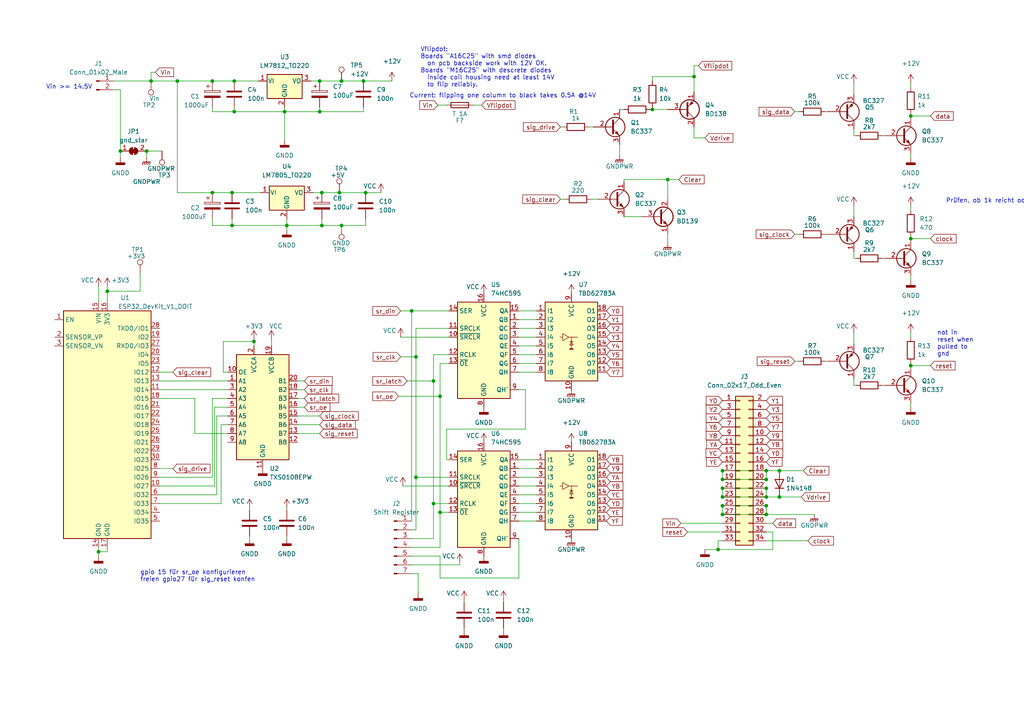
<source format=kicad_sch>
(kicad_sch (version 20211123) (generator eeschema)

  (uuid 80d89bc8-b809-4e58-bc5a-ab4fd0a46070)

  (paper "A4")

  

  (junction (at 67.31 65.405) (diameter 0) (color 0 0 0 0)
    (uuid 03d61a2b-abcd-4e97-a837-d1ebd4aa3d02)
  )
  (junction (at 61.595 23.495) (diameter 0) (color 0 0 0 0)
    (uuid 0a0d72ae-d11c-47d2-bf2c-107871a79d29)
  )
  (junction (at 99.06 23.495) (diameter 0) (color 0 0 0 0)
    (uuid 0bd68cfc-25fe-421f-9238-cc3891cc55d7)
  )
  (junction (at 209.55 136.525) (diameter 0) (color 0 0 0 0)
    (uuid 0ee9a6f9-733b-4eb5-9097-da08b625f4d0)
  )
  (junction (at 264.16 106.045) (diameter 0) (color 0 0 0 0)
    (uuid 1580fbc7-38b8-47f3-9bfd-55124a0fb65a)
  )
  (junction (at 209.55 144.145) (diameter 0) (color 0 0 0 0)
    (uuid 161a10ee-7b22-47c9-9e9c-53f177f13872)
  )
  (junction (at 93.345 55.88) (diameter 0) (color 0 0 0 0)
    (uuid 1674c21c-f029-4156-9d33-2a2e5a380493)
  )
  (junction (at 222.25 149.225) (diameter 0) (color 0 0 0 0)
    (uuid 18c71b36-e024-46e8-a54a-c9e48fc26834)
  )
  (junction (at 61.595 55.88) (diameter 0) (color 0 0 0 0)
    (uuid 2300b859-a34e-497a-b2f3-8add8d046207)
  )
  (junction (at 209.55 141.605) (diameter 0) (color 0 0 0 0)
    (uuid 262c933e-72b6-4ba0-8ef7-b5b9c2407842)
  )
  (junction (at 125.73 146.05) (diameter 0) (color 0 0 0 0)
    (uuid 29a95051-0792-43f5-b2ee-edadcea3d6e1)
  )
  (junction (at 82.55 32.385) (diameter 0) (color 0 0 0 0)
    (uuid 29ea344a-3b9f-4d88-9599-a366f70a516d)
  )
  (junction (at 43.815 23.495) (diameter 0) (color 0 0 0 0)
    (uuid 2cb6c0df-bad4-435b-a872-ea8a2a54cdc7)
  )
  (junction (at 193.675 52.07) (diameter 0) (color 0 0 0 0)
    (uuid 31e57640-6623-442a-b674-48bc3b40ca71)
  )
  (junction (at 222.25 136.525) (diameter 0) (color 0 0 0 0)
    (uuid 32d2e4c2-6947-4e2f-9e34-508e77d02374)
  )
  (junction (at 189.23 31.75) (diameter 0) (color 0 0 0 0)
    (uuid 3d62f834-74e4-468a-a15d-553824edaedd)
  )
  (junction (at 222.25 144.145) (diameter 0) (color 0 0 0 0)
    (uuid 44b5058c-a197-4b73-b41a-38e734a5e3eb)
  )
  (junction (at 264.16 33.655) (diameter 0) (color 0 0 0 0)
    (uuid 47a0f057-4773-4f4c-9d58-68e0aa1f0d84)
  )
  (junction (at 120.65 138.43) (diameter 0) (color 0 0 0 0)
    (uuid 4fdc15c2-b25a-44d1-b5ef-569144e9b4c9)
  )
  (junction (at 67.945 32.385) (diameter 0) (color 0 0 0 0)
    (uuid 56dc401e-3e88-4ea1-a5a0-a9568b75be97)
  )
  (junction (at 209.55 146.685) (diameter 0) (color 0 0 0 0)
    (uuid 662aa996-ff67-4eba-93ee-57ffc8d1630b)
  )
  (junction (at 92.71 23.495) (diameter 0) (color 0 0 0 0)
    (uuid 6815f41c-593b-43b0-9179-ba5a1b3741f8)
  )
  (junction (at 92.71 32.385) (diameter 0) (color 0 0 0 0)
    (uuid 70d2a342-79ba-4299-bac6-66851fc9598d)
  )
  (junction (at 209.55 149.225) (diameter 0) (color 0 0 0 0)
    (uuid 71b08e21-22a5-44a8-b29b-5c553d5a1a83)
  )
  (junction (at 222.25 139.065) (diameter 0) (color 0 0 0 0)
    (uuid 74308b4c-b926-4f71-a496-f43c340efb08)
  )
  (junction (at 34.925 43.815) (diameter 0) (color 0 0 0 0)
    (uuid 7565d38a-47ae-492d-aa2d-71ec9545c80f)
  )
  (junction (at 31.115 84.455) (diameter 0) (color 0 0 0 0)
    (uuid 7a0ce641-3e5f-435f-a773-931c3b1227ff)
  )
  (junction (at 93.345 65.405) (diameter 0) (color 0 0 0 0)
    (uuid 800df61a-c839-4ae2-9776-1c907dac8c19)
  )
  (junction (at 28.575 160.02) (diameter 0) (color 0 0 0 0)
    (uuid 8041ca59-ad9d-45e6-92de-4eaac532cf61)
  )
  (junction (at 226.06 144.145) (diameter 0) (color 0 0 0 0)
    (uuid 8510aa39-4c8f-46a4-b9e8-70869cf81d16)
  )
  (junction (at 125.73 110.49) (diameter 0) (color 0 0 0 0)
    (uuid 8e6813e0-724e-47e2-874c-9fc1828de9af)
  )
  (junction (at 67.945 23.495) (diameter 0) (color 0 0 0 0)
    (uuid 9140f8ef-b42b-491b-adca-37141dbefe8c)
  )
  (junction (at 73.66 99.06) (diameter 0) (color 0 0 0 0)
    (uuid 9f9f60ad-533a-44df-aa09-312f8817d3b2)
  )
  (junction (at 67.31 55.88) (diameter 0) (color 0 0 0 0)
    (uuid a3287ac3-eccb-4911-b32f-8fe846d3494e)
  )
  (junction (at 127.635 148.59) (diameter 0) (color 0 0 0 0)
    (uuid a5e8ce99-318a-4cb8-b020-c55886449336)
  )
  (junction (at 42.545 43.815) (diameter 0) (color 0 0 0 0)
    (uuid a99e3efe-2666-4390-b32b-2b38de17d460)
  )
  (junction (at 127.635 114.935) (diameter 0) (color 0 0 0 0)
    (uuid adac86a2-d060-40a4-8571-9fb35e3bb6b2)
  )
  (junction (at 99.06 65.405) (diameter 0) (color 0 0 0 0)
    (uuid b198b2d3-2370-4f1c-81e7-64453a1ac5b2)
  )
  (junction (at 83.185 65.405) (diameter 0) (color 0 0 0 0)
    (uuid b36f3659-8959-45bf-a984-dd34ffb12e95)
  )
  (junction (at 209.55 139.065) (diameter 0) (color 0 0 0 0)
    (uuid bb220b4e-1f14-461e-b9e5-cd475f011c41)
  )
  (junction (at 120.65 103.505) (diameter 0) (color 0 0 0 0)
    (uuid bd9d809b-2c43-449d-a4e3-77e2e87763da)
  )
  (junction (at 222.25 146.685) (diameter 0) (color 0 0 0 0)
    (uuid c68a64ca-7dc5-4a86-aa51-353d74916d24)
  )
  (junction (at 106.045 55.88) (diameter 0) (color 0 0 0 0)
    (uuid c6d7d5ca-ee84-4a75-a850-af840f3d2d00)
  )
  (junction (at 201.295 22.225) (diameter 0) (color 0 0 0 0)
    (uuid cc338c22-e0af-458c-bdbc-32a8e93a8314)
  )
  (junction (at 264.16 69.215) (diameter 0) (color 0 0 0 0)
    (uuid cdd83089-470f-41ea-b88a-ff3dcbbfe16c)
  )
  (junction (at 98.425 55.88) (diameter 0) (color 0 0 0 0)
    (uuid ced0c5a3-f0f8-4d7b-9e99-76ea11f94bdb)
  )
  (junction (at 208.28 159.385) (diameter 0) (color 0 0 0 0)
    (uuid d3216c8a-1736-4439-8053-e7f15f85ecb0)
  )
  (junction (at 222.25 141.605) (diameter 0) (color 0 0 0 0)
    (uuid e14abb2a-f63c-43d6-83da-9affc0987943)
  )
  (junction (at 51.435 23.495) (diameter 0) (color 0 0 0 0)
    (uuid e8b499cc-63d4-418d-a0e3-3b0edcbf0124)
  )
  (junction (at 226.06 136.525) (diameter 0) (color 0 0 0 0)
    (uuid ebaee278-ea46-443c-b535-95069f8a9fef)
  )
  (junction (at 105.41 23.495) (diameter 0) (color 0 0 0 0)
    (uuid f4849bb7-199f-4377-899e-5661ecacab0f)
  )
  (junction (at 119.38 90.17) (diameter 0) (color 0 0 0 0)
    (uuid f960ce81-67e2-423d-a71d-8a3a2640c64f)
  )

  (wire (pts (xy 120.65 153.67) (xy 119.38 153.67))
    (stroke (width 0) (type default) (color 0 0 0 0))
    (uuid 0171ab37-7acd-429a-a7da-7212daaf2961)
  )
  (wire (pts (xy 264.16 44.45) (xy 264.16 45.72))
    (stroke (width 0) (type default) (color 0 0 0 0))
    (uuid 018515c2-03e3-4de5-b13c-c0a4c0fd29ca)
  )
  (wire (pts (xy 86.36 113.03) (xy 88.265 113.03))
    (stroke (width 0) (type default) (color 0 0 0 0))
    (uuid 018da33a-ad14-407e-9df6-60b687972890)
  )
  (wire (pts (xy 86.36 123.19) (xy 92.71 123.19))
    (stroke (width 0) (type default) (color 0 0 0 0))
    (uuid 01ed6396-b8da-4070-878e-5ccc8dc9c875)
  )
  (wire (pts (xy 127.635 114.935) (xy 127.635 105.41))
    (stroke (width 0) (type default) (color 0 0 0 0))
    (uuid 028c11de-cc03-472d-8e08-3e2278c237d1)
  )
  (wire (pts (xy 116.205 103.505) (xy 120.65 103.505))
    (stroke (width 0) (type default) (color 0 0 0 0))
    (uuid 033e5e43-2be3-44a2-8a71-a604c3ee65c4)
  )
  (wire (pts (xy 133.35 163.83) (xy 133.35 163.195))
    (stroke (width 0) (type default) (color 0 0 0 0))
    (uuid 04a79605-9b48-4618-a006-72d0e7aa32ff)
  )
  (wire (pts (xy 127.635 158.75) (xy 127.635 148.59))
    (stroke (width 0) (type default) (color 0 0 0 0))
    (uuid 060a8235-4c3c-4603-ae24-4dc4232f7bfc)
  )
  (wire (pts (xy 64.135 146.05) (xy 64.135 123.19))
    (stroke (width 0) (type default) (color 0 0 0 0))
    (uuid 06bc59f1-1e4a-4d6d-b751-03b15a03be04)
  )
  (wire (pts (xy 92.71 32.385) (xy 82.55 32.385))
    (stroke (width 0) (type default) (color 0 0 0 0))
    (uuid 06c757dd-648c-4831-a5bf-b09ce6c877c0)
  )
  (wire (pts (xy 73.66 99.06) (xy 64.77 99.06))
    (stroke (width 0) (type default) (color 0 0 0 0))
    (uuid 073ecde1-b64a-4225-81ac-5f4bee4b2ae3)
  )
  (wire (pts (xy 72.39 155.575) (xy 72.39 156.21))
    (stroke (width 0) (type default) (color 0 0 0 0))
    (uuid 0b01debe-59bd-4aa4-af84-8e6bb8018975)
  )
  (wire (pts (xy 150.495 140.97) (xy 155.575 140.97))
    (stroke (width 0) (type default) (color 0 0 0 0))
    (uuid 0b8644da-6c48-459b-81f4-0d15cfb97cab)
  )
  (wire (pts (xy 92.71 23.495) (xy 99.06 23.495))
    (stroke (width 0) (type default) (color 0 0 0 0))
    (uuid 0bc3de64-b131-4968-9781-4bbd628c0f2a)
  )
  (wire (pts (xy 248.285 39.37) (xy 247.65 39.37))
    (stroke (width 0) (type default) (color 0 0 0 0))
    (uuid 0bf0b103-982b-4edb-8f3c-31b39c59173e)
  )
  (wire (pts (xy 61.595 32.385) (xy 61.595 31.115))
    (stroke (width 0) (type default) (color 0 0 0 0))
    (uuid 0bf99f6b-d6b1-4e85-977b-1eb74d487d62)
  )
  (wire (pts (xy 189.23 31.115) (xy 189.23 31.75))
    (stroke (width 0) (type default) (color 0 0 0 0))
    (uuid 0cd8465a-20a9-428e-a805-78b75348686f)
  )
  (wire (pts (xy 130.175 102.87) (xy 125.73 102.87))
    (stroke (width 0) (type default) (color 0 0 0 0))
    (uuid 0cdf8d28-c281-49de-8dce-5641a535029f)
  )
  (wire (pts (xy 62.865 120.65) (xy 62.865 143.51))
    (stroke (width 0) (type default) (color 0 0 0 0))
    (uuid 0ce30d4a-98ca-4f44-9194-9c4d52de1ec4)
  )
  (wire (pts (xy 86.36 110.49) (xy 88.265 110.49))
    (stroke (width 0) (type default) (color 0 0 0 0))
    (uuid 0d36ac52-396e-48e3-8392-93f9612cc854)
  )
  (wire (pts (xy 248.285 74.93) (xy 247.65 74.93))
    (stroke (width 0) (type default) (color 0 0 0 0))
    (uuid 0ed40224-3214-4204-b4dc-4d82d2408c00)
  )
  (wire (pts (xy 83.185 65.405) (xy 83.185 66.675))
    (stroke (width 0) (type default) (color 0 0 0 0))
    (uuid 10331b36-1e2d-49e5-8557-8a253a513ff9)
  )
  (wire (pts (xy 99.06 65.405) (xy 93.345 65.405))
    (stroke (width 0) (type default) (color 0 0 0 0))
    (uuid 103b02c5-81ee-45b5-b2c7-46b659b0aa56)
  )
  (wire (pts (xy 67.945 32.385) (xy 61.595 32.385))
    (stroke (width 0) (type default) (color 0 0 0 0))
    (uuid 1053d421-e340-4f03-a5a1-a855dac6fffd)
  )
  (wire (pts (xy 31.115 84.455) (xy 31.115 87.63))
    (stroke (width 0) (type default) (color 0 0 0 0))
    (uuid 10acd3a6-f2b2-4c66-a9bf-c4fbb84a9a90)
  )
  (wire (pts (xy 42.545 43.815) (xy 42.545 45.72))
    (stroke (width 0) (type default) (color 0 0 0 0))
    (uuid 17a8d555-3988-483a-8a2a-6e94db2fbf51)
  )
  (wire (pts (xy 264.16 116.84) (xy 264.16 118.11))
    (stroke (width 0) (type default) (color 0 0 0 0))
    (uuid 1ad1ee19-6da4-42de-9355-7e382a2cbdb4)
  )
  (wire (pts (xy 201.295 26.67) (xy 201.295 22.225))
    (stroke (width 0) (type default) (color 0 0 0 0))
    (uuid 1afcbe6c-1b42-494c-9f7a-d115602d9a9a)
  )
  (wire (pts (xy 118.11 110.49) (xy 125.73 110.49))
    (stroke (width 0) (type default) (color 0 0 0 0))
    (uuid 1bc588c6-924b-448a-a2a8-213258a41d82)
  )
  (wire (pts (xy 226.06 144.145) (xy 232.41 144.145))
    (stroke (width 0) (type default) (color 0 0 0 0))
    (uuid 1c50113e-3b89-42ea-b455-5213e5ee1482)
  )
  (wire (pts (xy 264.16 33.655) (xy 264.16 34.29))
    (stroke (width 0) (type default) (color 0 0 0 0))
    (uuid 1d48afd6-512a-495b-a043-15e44e76246e)
  )
  (wire (pts (xy 150.495 146.05) (xy 155.575 146.05))
    (stroke (width 0) (type default) (color 0 0 0 0))
    (uuid 1e8b3a30-e213-46e6-a855-309d5dc769a5)
  )
  (wire (pts (xy 83.185 63.5) (xy 83.185 65.405))
    (stroke (width 0) (type default) (color 0 0 0 0))
    (uuid 1f9c38f6-3cc6-4b48-b086-4be23ad5fe90)
  )
  (wire (pts (xy 247.65 24.13) (xy 247.65 27.305))
    (stroke (width 0) (type default) (color 0 0 0 0))
    (uuid 216326a2-8477-4b52-863f-684539c94e1b)
  )
  (wire (pts (xy 239.395 32.385) (xy 240.03 32.385))
    (stroke (width 0) (type default) (color 0 0 0 0))
    (uuid 2281516c-12c6-4f71-a4d7-1c10a4eb045f)
  )
  (wire (pts (xy 40.64 84.455) (xy 31.115 84.455))
    (stroke (width 0) (type default) (color 0 0 0 0))
    (uuid 23782758-29b6-402c-ad29-a1d0a5a77ebe)
  )
  (wire (pts (xy 163.195 36.83) (xy 162.56 36.83))
    (stroke (width 0) (type default) (color 0 0 0 0))
    (uuid 24f3323b-ff04-4161-991f-3de863941c4b)
  )
  (wire (pts (xy 61.595 63.5) (xy 61.595 65.405))
    (stroke (width 0) (type default) (color 0 0 0 0))
    (uuid 265ecac5-9499-43ab-99bc-5c72917e4ca4)
  )
  (wire (pts (xy 46.355 138.43) (xy 61.595 138.43))
    (stroke (width 0) (type default) (color 0 0 0 0))
    (uuid 269fc16b-a1ed-4714-a09f-07f0146a81a3)
  )
  (wire (pts (xy 66.04 115.57) (xy 61.595 115.57))
    (stroke (width 0) (type default) (color 0 0 0 0))
    (uuid 29b7491b-11c6-4b03-8086-840cba8b3520)
  )
  (wire (pts (xy 150.495 92.71) (xy 155.575 92.71))
    (stroke (width 0) (type default) (color 0 0 0 0))
    (uuid 29eab619-690f-40eb-9cc2-f91e8d04312a)
  )
  (wire (pts (xy 150.495 133.35) (xy 155.575 133.35))
    (stroke (width 0) (type default) (color 0 0 0 0))
    (uuid 2a8b1789-6de2-4c22-b310-1a13f445ea38)
  )
  (wire (pts (xy 189.23 31.75) (xy 193.675 31.75))
    (stroke (width 0) (type default) (color 0 0 0 0))
    (uuid 2bd17819-1de8-42fb-8a2c-cbf38026b94d)
  )
  (wire (pts (xy 45.085 20.955) (xy 43.815 20.955))
    (stroke (width 0) (type default) (color 0 0 0 0))
    (uuid 2d083d33-5a5b-4490-a829-b4ba31c3d35a)
  )
  (wire (pts (xy 90.805 55.88) (xy 93.345 55.88))
    (stroke (width 0) (type default) (color 0 0 0 0))
    (uuid 2edb418f-c7a3-4348-9757-d7ddf42b2325)
  )
  (wire (pts (xy 106.045 63.5) (xy 106.045 65.405))
    (stroke (width 0) (type default) (color 0 0 0 0))
    (uuid 2ff923a5-3e65-4c5b-a8da-a3d43df967d8)
  )
  (wire (pts (xy 28.575 83.185) (xy 28.575 87.63))
    (stroke (width 0) (type default) (color 0 0 0 0))
    (uuid 312cb0c0-832a-432b-9ccf-92cc754f3d3c)
  )
  (wire (pts (xy 171.45 57.785) (xy 173.355 57.785))
    (stroke (width 0) (type default) (color 0 0 0 0))
    (uuid 34d234de-1b5f-432a-b5e8-57ee0e449662)
  )
  (wire (pts (xy 127.635 161.29) (xy 119.38 161.29))
    (stroke (width 0) (type default) (color 0 0 0 0))
    (uuid 368a786f-fcca-47f1-a18a-072f5369c5b5)
  )
  (wire (pts (xy 67.31 65.405) (xy 83.185 65.405))
    (stroke (width 0) (type default) (color 0 0 0 0))
    (uuid 37624d33-07e9-437d-ba18-bd2647cb98f3)
  )
  (wire (pts (xy 73.66 98.425) (xy 73.66 99.06))
    (stroke (width 0) (type default) (color 0 0 0 0))
    (uuid 380110a9-c9fd-490c-a19f-2af95e767a3c)
  )
  (wire (pts (xy 222.25 156.845) (xy 234.315 156.845))
    (stroke (width 0) (type default) (color 0 0 0 0))
    (uuid 382416ee-92db-493d-81a9-9aaca4dcef3e)
  )
  (wire (pts (xy 239.395 67.945) (xy 240.03 67.945))
    (stroke (width 0) (type default) (color 0 0 0 0))
    (uuid 3898a68d-02e5-4501-84ff-a6ae08f790de)
  )
  (wire (pts (xy 83.185 147.32) (xy 83.185 147.955))
    (stroke (width 0) (type default) (color 0 0 0 0))
    (uuid 397bec90-e045-4d8a-9136-1f2939d4914a)
  )
  (wire (pts (xy 119.38 166.37) (xy 121.285 166.37))
    (stroke (width 0) (type default) (color 0 0 0 0))
    (uuid 3bbe7b9f-84c8-463f-a25c-db7e81a9de65)
  )
  (wire (pts (xy 127.635 148.59) (xy 127.635 114.935))
    (stroke (width 0) (type default) (color 0 0 0 0))
    (uuid 3bbf68ea-7ed7-41fa-ab37-bac2a0b6cdcf)
  )
  (wire (pts (xy 62.23 118.11) (xy 66.04 118.11))
    (stroke (width 0) (type default) (color 0 0 0 0))
    (uuid 3c68a9f5-e5e4-4fb5-8485-d346ab9df0a4)
  )
  (wire (pts (xy 106.045 55.88) (xy 110.49 55.88))
    (stroke (width 0) (type default) (color 0 0 0 0))
    (uuid 3d42c53d-63e5-4e4c-9b19-6db8f302d5ce)
  )
  (wire (pts (xy 224.155 159.385) (xy 208.28 159.385))
    (stroke (width 0) (type default) (color 0 0 0 0))
    (uuid 3d7ab83e-571c-4c95-baf0-e150a9f110dc)
  )
  (wire (pts (xy 46.355 146.05) (xy 64.135 146.05))
    (stroke (width 0) (type default) (color 0 0 0 0))
    (uuid 3f92db0e-37e8-4e6b-8ddb-77f86a17cfa8)
  )
  (wire (pts (xy 152.4 124.46) (xy 129.54 124.46))
    (stroke (width 0) (type default) (color 0 0 0 0))
    (uuid 3fe9a48b-78df-437a-8e66-5eedbd0469ad)
  )
  (wire (pts (xy 264.16 96.52) (xy 264.16 97.79))
    (stroke (width 0) (type default) (color 0 0 0 0))
    (uuid 4236ef43-ec1a-45ad-be89-091257bfcc41)
  )
  (wire (pts (xy 93.345 55.88) (xy 98.425 55.88))
    (stroke (width 0) (type default) (color 0 0 0 0))
    (uuid 46b09a85-042b-4d6a-8ba0-a7b9fa7f3c3b)
  )
  (wire (pts (xy 61.595 55.88) (xy 67.31 55.88))
    (stroke (width 0) (type default) (color 0 0 0 0))
    (uuid 46ee6bd4-13c7-46a5-b915-8cad87229b73)
  )
  (wire (pts (xy 255.905 74.93) (xy 256.54 74.93))
    (stroke (width 0) (type default) (color 0 0 0 0))
    (uuid 47c27c37-a56d-4a02-a656-4f1b3991cd61)
  )
  (wire (pts (xy 222.25 149.225) (xy 236.22 149.225))
    (stroke (width 0) (type default) (color 0 0 0 0))
    (uuid 47c3290a-9e30-48db-b33d-c84034fcef6a)
  )
  (wire (pts (xy 230.505 32.385) (xy 231.775 32.385))
    (stroke (width 0) (type default) (color 0 0 0 0))
    (uuid 4ba71937-e3d3-4510-af40-ec8e5b6c6d70)
  )
  (wire (pts (xy 134.62 182.245) (xy 134.62 182.88))
    (stroke (width 0) (type default) (color 0 0 0 0))
    (uuid 5177750f-571c-4f6b-a308-cd29b5a4c5aa)
  )
  (wire (pts (xy 119.38 158.75) (xy 127.635 158.75))
    (stroke (width 0) (type default) (color 0 0 0 0))
    (uuid 51ab0f02-00d8-481a-8497-e42db0a857a0)
  )
  (wire (pts (xy 264.16 59.69) (xy 264.16 60.96))
    (stroke (width 0) (type default) (color 0 0 0 0))
    (uuid 52e4bd15-3e6c-41b2-b4a2-7f2c0ec17451)
  )
  (wire (pts (xy 125.73 110.49) (xy 125.73 146.05))
    (stroke (width 0) (type default) (color 0 0 0 0))
    (uuid 5437e978-e155-4251-be05-1f8f1da457ff)
  )
  (wire (pts (xy 51.435 55.88) (xy 61.595 55.88))
    (stroke (width 0) (type default) (color 0 0 0 0))
    (uuid 55b2f02e-86b7-4438-bb56-53252363e756)
  )
  (wire (pts (xy 180.975 62.865) (xy 186.055 62.865))
    (stroke (width 0) (type default) (color 0 0 0 0))
    (uuid 56cc0992-caaa-4886-b3a0-83569530e5fd)
  )
  (wire (pts (xy 150.495 97.79) (xy 155.575 97.79))
    (stroke (width 0) (type default) (color 0 0 0 0))
    (uuid 5898dbdf-9a1b-4f4c-b476-84e70029b143)
  )
  (wire (pts (xy 222.25 151.765) (xy 224.155 151.765))
    (stroke (width 0) (type default) (color 0 0 0 0))
    (uuid 590b9b69-fddf-4bb0-97b9-514d4d5361b7)
  )
  (wire (pts (xy 209.55 139.065) (xy 222.25 139.065))
    (stroke (width 0) (type default) (color 0 0 0 0))
    (uuid 595e677f-ac79-4337-a30d-5791a17105ba)
  )
  (wire (pts (xy 82.55 32.385) (xy 67.945 32.385))
    (stroke (width 0) (type default) (color 0 0 0 0))
    (uuid 5a5ff805-77b4-4bff-9d87-bdd612c244af)
  )
  (wire (pts (xy 209.55 136.525) (xy 209.55 139.065))
    (stroke (width 0) (type default) (color 0 0 0 0))
    (uuid 5ba91c52-00e1-4a15-8118-4fb044fd7750)
  )
  (wire (pts (xy 180.975 52.07) (xy 180.975 52.705))
    (stroke (width 0) (type default) (color 0 0 0 0))
    (uuid 5daf7a98-fd2c-4c75-acf8-45bdfe325cd8)
  )
  (wire (pts (xy 224.155 154.305) (xy 224.155 159.385))
    (stroke (width 0) (type default) (color 0 0 0 0))
    (uuid 5e868172-3b0f-454a-8563-e61f7c4a96a5)
  )
  (wire (pts (xy 150.495 107.95) (xy 155.575 107.95))
    (stroke (width 0) (type default) (color 0 0 0 0))
    (uuid 5e921594-9080-46cf-a6f9-5c882aa7cc89)
  )
  (wire (pts (xy 189.23 22.225) (xy 189.23 23.495))
    (stroke (width 0) (type default) (color 0 0 0 0))
    (uuid 5ee0e005-6265-484f-9888-1738e2b8623c)
  )
  (wire (pts (xy 46.355 143.51) (xy 62.865 143.51))
    (stroke (width 0) (type default) (color 0 0 0 0))
    (uuid 60442db8-a728-4082-95ae-faba7332ddf2)
  )
  (wire (pts (xy 264.16 69.215) (xy 264.16 69.85))
    (stroke (width 0) (type default) (color 0 0 0 0))
    (uuid 616a7bc1-6ce1-47b7-95ec-6141d1f9fa34)
  )
  (wire (pts (xy 106.045 65.405) (xy 99.06 65.405))
    (stroke (width 0) (type default) (color 0 0 0 0))
    (uuid 62228e7c-6ee0-4568-b2e9-0ae3033d5d12)
  )
  (wire (pts (xy 209.55 141.605) (xy 222.25 141.605))
    (stroke (width 0) (type default) (color 0 0 0 0))
    (uuid 6443195e-942a-4781-9567-1dda5236a4ce)
  )
  (wire (pts (xy 34.925 26.035) (xy 33.02 26.035))
    (stroke (width 0) (type default) (color 0 0 0 0))
    (uuid 66205764-6d44-40a9-ab49-e9523492b6d3)
  )
  (wire (pts (xy 152.4 113.03) (xy 152.4 124.46))
    (stroke (width 0) (type default) (color 0 0 0 0))
    (uuid 67448d02-c24a-4fbd-86eb-62b4afaaf281)
  )
  (wire (pts (xy 43.815 23.495) (xy 51.435 23.495))
    (stroke (width 0) (type default) (color 0 0 0 0))
    (uuid 67b0d133-e14b-4b56-ad3d-b8acfd41fa33)
  )
  (wire (pts (xy 193.675 57.785) (xy 193.675 52.07))
    (stroke (width 0) (type default) (color 0 0 0 0))
    (uuid 67c4261e-1840-4307-a0ce-db8fec9bf59d)
  )
  (wire (pts (xy 46.355 135.89) (xy 50.165 135.89))
    (stroke (width 0) (type default) (color 0 0 0 0))
    (uuid 6818933f-696e-4b70-82de-b50bba43ab40)
  )
  (wire (pts (xy 125.73 102.87) (xy 125.73 110.49))
    (stroke (width 0) (type default) (color 0 0 0 0))
    (uuid 686e83b9-e037-49c8-ad11-c8c19317d5b9)
  )
  (wire (pts (xy 129.54 133.35) (xy 130.175 133.35))
    (stroke (width 0) (type default) (color 0 0 0 0))
    (uuid 6a278671-bb57-4d7f-93da-25ff82bbdce9)
  )
  (wire (pts (xy 230.505 104.775) (xy 231.775 104.775))
    (stroke (width 0) (type default) (color 0 0 0 0))
    (uuid 6a7581f1-19a0-44c2-b4ea-07d8e0fcccab)
  )
  (wire (pts (xy 105.41 32.385) (xy 92.71 32.385))
    (stroke (width 0) (type default) (color 0 0 0 0))
    (uuid 6b6a1787-eca0-44e3-bb15-f34a837dff7b)
  )
  (wire (pts (xy 222.25 141.605) (xy 222.25 144.145))
    (stroke (width 0) (type default) (color 0 0 0 0))
    (uuid 6b8df514-4e70-4053-b285-3466d197fa8e)
  )
  (wire (pts (xy 61.595 115.57) (xy 61.595 138.43))
    (stroke (width 0) (type default) (color 0 0 0 0))
    (uuid 6ba19dc2-dcae-4ffc-896d-cab4a78feb27)
  )
  (wire (pts (xy 31.115 83.185) (xy 31.115 84.455))
    (stroke (width 0) (type default) (color 0 0 0 0))
    (uuid 6cd6a7a3-8966-414b-860d-702e644cbd71)
  )
  (wire (pts (xy 209.55 149.225) (xy 222.25 149.225))
    (stroke (width 0) (type default) (color 0 0 0 0))
    (uuid 6f403bf0-b994-491b-865a-1df4622b3495)
  )
  (wire (pts (xy 264.16 106.045) (xy 264.16 106.68))
    (stroke (width 0) (type default) (color 0 0 0 0))
    (uuid 6f73bfc6-5a4c-4dc2-a227-6de1aa837a5e)
  )
  (wire (pts (xy 67.31 63.5) (xy 67.31 65.405))
    (stroke (width 0) (type default) (color 0 0 0 0))
    (uuid 708cee4c-2a3c-48cd-a0eb-32d5a0f1ceff)
  )
  (wire (pts (xy 83.185 155.575) (xy 83.185 156.21))
    (stroke (width 0) (type default) (color 0 0 0 0))
    (uuid 70b436af-3a78-425e-99d8-c4b6cbcd7064)
  )
  (wire (pts (xy 115.57 114.935) (xy 127.635 114.935))
    (stroke (width 0) (type default) (color 0 0 0 0))
    (uuid 7459d32d-f597-4b69-a493-d44c833c9173)
  )
  (wire (pts (xy 209.55 146.685) (xy 209.55 149.225))
    (stroke (width 0) (type default) (color 0 0 0 0))
    (uuid 7632e4cf-d494-4b4c-988c-45ae2ee45d4b)
  )
  (wire (pts (xy 264.16 33.02) (xy 264.16 33.655))
    (stroke (width 0) (type default) (color 0 0 0 0))
    (uuid 76ca19e4-abe4-4901-8b82-7c2c26e8bc13)
  )
  (wire (pts (xy 105.41 23.495) (xy 113.665 23.495))
    (stroke (width 0) (type default) (color 0 0 0 0))
    (uuid 783702b8-a19d-4c24-9f0d-bab179115366)
  )
  (wire (pts (xy 42.545 43.815) (xy 46.99 43.815))
    (stroke (width 0) (type default) (color 0 0 0 0))
    (uuid 7933fe5e-bc60-4dea-8dec-86c4d68edae8)
  )
  (wire (pts (xy 150.495 156.21) (xy 150.495 167.64))
    (stroke (width 0) (type default) (color 0 0 0 0))
    (uuid 7d0dfdb4-86c6-4d43-955e-e4a55b90e5c3)
  )
  (wire (pts (xy 40.64 79.375) (xy 40.64 84.455))
    (stroke (width 0) (type default) (color 0 0 0 0))
    (uuid 7eb13d2d-cd62-4721-a598-1290a4867e85)
  )
  (wire (pts (xy 150.495 138.43) (xy 155.575 138.43))
    (stroke (width 0) (type default) (color 0 0 0 0))
    (uuid 7eb96ad3-29fd-4b01-ba4f-5c1bb4e170e1)
  )
  (wire (pts (xy 134.62 173.99) (xy 134.62 174.625))
    (stroke (width 0) (type default) (color 0 0 0 0))
    (uuid 7ebf7075-7bdc-4f37-aab2-6bac1a336833)
  )
  (wire (pts (xy 99.06 23.495) (xy 105.41 23.495))
    (stroke (width 0) (type default) (color 0 0 0 0))
    (uuid 7f2e3854-4c0d-41e8-a91e-c14b523b197a)
  )
  (wire (pts (xy 150.495 100.33) (xy 155.575 100.33))
    (stroke (width 0) (type default) (color 0 0 0 0))
    (uuid 805df14c-dd12-4ea1-932f-320275d021fa)
  )
  (wire (pts (xy 46.355 115.57) (xy 56.515 115.57))
    (stroke (width 0) (type default) (color 0 0 0 0))
    (uuid 82d961c3-a434-442d-8deb-8ec4373890fd)
  )
  (wire (pts (xy 179.705 41.91) (xy 179.705 45.085))
    (stroke (width 0) (type default) (color 0 0 0 0))
    (uuid 84f7265a-99ef-456f-9ac3-325fdeea13a4)
  )
  (wire (pts (xy 264.16 80.01) (xy 264.16 81.28))
    (stroke (width 0) (type default) (color 0 0 0 0))
    (uuid 850b879a-d6d9-45b5-8deb-79babffb8fe8)
  )
  (wire (pts (xy 90.17 23.495) (xy 92.71 23.495))
    (stroke (width 0) (type default) (color 0 0 0 0))
    (uuid 8521d2ea-1e6e-4355-b62e-45d892158a67)
  )
  (wire (pts (xy 204.47 159.385) (xy 208.28 159.385))
    (stroke (width 0) (type default) (color 0 0 0 0))
    (uuid 858107db-db9e-42c2-9bff-1a3c526c68a6)
  )
  (wire (pts (xy 116.84 140.97) (xy 130.175 140.97))
    (stroke (width 0) (type default) (color 0 0 0 0))
    (uuid 85a6b9e0-35d0-459c-83b0-7998429255dd)
  )
  (wire (pts (xy 127 30.48) (xy 129.54 30.48))
    (stroke (width 0) (type default) (color 0 0 0 0))
    (uuid 85d44aae-71a3-45d9-9d71-b996028955cc)
  )
  (wire (pts (xy 125.73 146.05) (xy 125.73 156.21))
    (stroke (width 0) (type default) (color 0 0 0 0))
    (uuid 8603c220-907e-4209-8b30-c7e18e14b453)
  )
  (wire (pts (xy 129.54 124.46) (xy 129.54 133.35))
    (stroke (width 0) (type default) (color 0 0 0 0))
    (uuid 86a073d4-8cf7-4766-b6c6-91fc8dff211a)
  )
  (wire (pts (xy 208.28 159.385) (xy 208.28 156.845))
    (stroke (width 0) (type default) (color 0 0 0 0))
    (uuid 872055b8-73e5-4003-b906-380fc1fdedac)
  )
  (wire (pts (xy 46.355 113.03) (xy 66.04 113.03))
    (stroke (width 0) (type default) (color 0 0 0 0))
    (uuid 87ba2290-c1e3-4897-af0b-64f7494ade45)
  )
  (wire (pts (xy 197.485 151.765) (xy 209.55 151.765))
    (stroke (width 0) (type default) (color 0 0 0 0))
    (uuid 89455cb1-5724-49e7-800a-11435fd89420)
  )
  (wire (pts (xy 31.115 158.75) (xy 31.115 160.02))
    (stroke (width 0) (type default) (color 0 0 0 0))
    (uuid 8aa3b0e0-d66e-40c4-9189-fac4a359be9d)
  )
  (wire (pts (xy 150.495 151.13) (xy 155.575 151.13))
    (stroke (width 0) (type default) (color 0 0 0 0))
    (uuid 8b6f938b-f660-40e3-9d0b-c10fad9a568b)
  )
  (wire (pts (xy 248.285 111.76) (xy 247.65 111.76))
    (stroke (width 0) (type default) (color 0 0 0 0))
    (uuid 8b8538c4-c0a1-4ec3-9918-89c2da18d7e1)
  )
  (wire (pts (xy 78.74 98.425) (xy 78.74 100.33))
    (stroke (width 0) (type default) (color 0 0 0 0))
    (uuid 90a88a7e-0490-4a8f-b70c-92d0a3ba155e)
  )
  (wire (pts (xy 239.395 104.775) (xy 240.03 104.775))
    (stroke (width 0) (type default) (color 0 0 0 0))
    (uuid 92050885-77de-4dbb-b1c0-8074b20f0ad7)
  )
  (wire (pts (xy 64.135 123.19) (xy 66.04 123.19))
    (stroke (width 0) (type default) (color 0 0 0 0))
    (uuid 928db154-085e-407b-8ca4-b46950d5bb42)
  )
  (wire (pts (xy 120.65 103.505) (xy 120.65 138.43))
    (stroke (width 0) (type default) (color 0 0 0 0))
    (uuid 92c43f9e-a6bb-4e7c-bc50-ff5dd5de760f)
  )
  (wire (pts (xy 222.25 144.145) (xy 226.06 144.145))
    (stroke (width 0) (type default) (color 0 0 0 0))
    (uuid 938d1b33-2709-4876-a4db-788569b218a8)
  )
  (wire (pts (xy 64.77 107.95) (xy 66.04 107.95))
    (stroke (width 0) (type default) (color 0 0 0 0))
    (uuid 93a4d88e-bc96-4dfa-9e44-3eb80a73e779)
  )
  (wire (pts (xy 201.295 19.05) (xy 202.565 19.05))
    (stroke (width 0) (type default) (color 0 0 0 0))
    (uuid 95c60966-c338-4d75-9abd-6912aa6f2a12)
  )
  (wire (pts (xy 222.25 136.525) (xy 222.25 139.065))
    (stroke (width 0) (type default) (color 0 0 0 0))
    (uuid 97f949d9-5feb-4fc6-ad1e-2ce37c503179)
  )
  (wire (pts (xy 105.41 31.115) (xy 105.41 32.385))
    (stroke (width 0) (type default) (color 0 0 0 0))
    (uuid 981d2819-63d9-4641-95e1-e8a734fd78c0)
  )
  (wire (pts (xy 247.65 59.69) (xy 247.65 62.865))
    (stroke (width 0) (type default) (color 0 0 0 0))
    (uuid 98f7daa8-6b05-44c2-8d46-bd4da99370b0)
  )
  (wire (pts (xy 43.815 20.955) (xy 43.815 23.495))
    (stroke (width 0) (type default) (color 0 0 0 0))
    (uuid 996ab8b0-eba3-4863-9ce7-48af80a42d6c)
  )
  (wire (pts (xy 67.31 55.88) (xy 75.565 55.88))
    (stroke (width 0) (type default) (color 0 0 0 0))
    (uuid 99e1ea36-909d-4ba3-aacd-8122483bf661)
  )
  (wire (pts (xy 150.495 167.64) (xy 127.635 167.64))
    (stroke (width 0) (type default) (color 0 0 0 0))
    (uuid 9e2754fc-0d4f-438d-9191-2c0a4fc6e6a4)
  )
  (wire (pts (xy 264.16 33.655) (xy 269.875 33.655))
    (stroke (width 0) (type default) (color 0 0 0 0))
    (uuid 9ef71133-0280-45ff-ae15-1a3cd7c163fc)
  )
  (wire (pts (xy 222.25 136.525) (xy 226.06 136.525))
    (stroke (width 0) (type default) (color 0 0 0 0))
    (uuid 9ff7da25-ceaa-4f88-8e32-8cc80b8562ad)
  )
  (wire (pts (xy 46.355 140.97) (xy 62.23 140.97))
    (stroke (width 0) (type default) (color 0 0 0 0))
    (uuid a156f89a-6f27-4fc9-81fa-2b954353981f)
  )
  (wire (pts (xy 146.05 182.245) (xy 146.05 182.88))
    (stroke (width 0) (type default) (color 0 0 0 0))
    (uuid a1cffb09-cc31-4c18-85ad-1768f0ef954e)
  )
  (wire (pts (xy 193.675 52.07) (xy 180.975 52.07))
    (stroke (width 0) (type default) (color 0 0 0 0))
    (uuid a2527cfc-0995-4609-b9da-8b5652c1decb)
  )
  (wire (pts (xy 67.945 23.495) (xy 74.93 23.495))
    (stroke (width 0) (type default) (color 0 0 0 0))
    (uuid a2d4d7a2-e257-4938-8ec4-fb459931a86b)
  )
  (wire (pts (xy 119.38 90.17) (xy 130.175 90.17))
    (stroke (width 0) (type default) (color 0 0 0 0))
    (uuid a34a6b65-50c5-49d3-870a-d9aece34fd5e)
  )
  (wire (pts (xy 33.02 23.495) (xy 43.815 23.495))
    (stroke (width 0) (type default) (color 0 0 0 0))
    (uuid a3e34f36-98cc-4876-9aba-f8f0c4324c32)
  )
  (wire (pts (xy 67.945 31.115) (xy 67.945 32.385))
    (stroke (width 0) (type default) (color 0 0 0 0))
    (uuid a5920bbf-fa89-490d-8804-2f9ce7d446ad)
  )
  (wire (pts (xy 180.975 31.75) (xy 179.705 31.75))
    (stroke (width 0) (type default) (color 0 0 0 0))
    (uuid ab38ac8c-d772-4e31-8ef8-dea419571927)
  )
  (wire (pts (xy 137.16 30.48) (xy 139.7 30.48))
    (stroke (width 0) (type default) (color 0 0 0 0))
    (uuid ab429406-f15d-4587-a3b8-7b47eb2f72b9)
  )
  (wire (pts (xy 208.28 156.845) (xy 209.55 156.845))
    (stroke (width 0) (type default) (color 0 0 0 0))
    (uuid ad9ec1bf-2c27-41d7-9ab0-2b6ec57d31f5)
  )
  (wire (pts (xy 56.515 115.57) (xy 56.515 125.73))
    (stroke (width 0) (type default) (color 0 0 0 0))
    (uuid af34e542-efa1-4567-9311-f9b86dbdd198)
  )
  (wire (pts (xy 34.925 26.035) (xy 34.925 43.815))
    (stroke (width 0) (type default) (color 0 0 0 0))
    (uuid af4287af-e66b-480f-822e-d0ffb08f6407)
  )
  (wire (pts (xy 264.16 68.58) (xy 264.16 69.215))
    (stroke (width 0) (type default) (color 0 0 0 0))
    (uuid af56e0f6-2afa-4c55-a98c-26a10671cdbc)
  )
  (wire (pts (xy 46.355 110.49) (xy 66.04 110.49))
    (stroke (width 0) (type default) (color 0 0 0 0))
    (uuid b16e7e6c-d815-44ec-9b6e-3bdeba9596c2)
  )
  (wire (pts (xy 199.39 154.305) (xy 209.55 154.305))
    (stroke (width 0) (type default) (color 0 0 0 0))
    (uuid b1dd2fa6-6ced-4610-9c9a-e0f5131a40b7)
  )
  (wire (pts (xy 209.55 141.605) (xy 209.55 144.145))
    (stroke (width 0) (type default) (color 0 0 0 0))
    (uuid b20227fb-9ae1-4b16-9c95-e5177d42f2f7)
  )
  (wire (pts (xy 150.495 148.59) (xy 155.575 148.59))
    (stroke (width 0) (type default) (color 0 0 0 0))
    (uuid b332478a-3546-4092-9f1e-828135d83b9d)
  )
  (wire (pts (xy 120.65 138.43) (xy 130.175 138.43))
    (stroke (width 0) (type default) (color 0 0 0 0))
    (uuid b3bfab97-a514-4793-9a93-fd3af7546170)
  )
  (wire (pts (xy 150.495 105.41) (xy 155.575 105.41))
    (stroke (width 0) (type default) (color 0 0 0 0))
    (uuid b4e7b94f-534c-4414-8157-ef498f08874b)
  )
  (wire (pts (xy 51.435 55.88) (xy 51.435 23.495))
    (stroke (width 0) (type default) (color 0 0 0 0))
    (uuid b6da8327-0bdc-4ca9-9cd6-3d9f90f4f8e6)
  )
  (wire (pts (xy 146.05 173.99) (xy 146.05 174.625))
    (stroke (width 0) (type default) (color 0 0 0 0))
    (uuid b8a1aaea-5458-4315-a4a3-ea2e36c384e4)
  )
  (wire (pts (xy 28.575 160.02) (xy 28.575 161.29))
    (stroke (width 0) (type default) (color 0 0 0 0))
    (uuid b96ec42c-6d52-4a9e-8c13-935f6c256e7e)
  )
  (wire (pts (xy 170.815 36.83) (xy 172.085 36.83))
    (stroke (width 0) (type default) (color 0 0 0 0))
    (uuid b9708401-1e0e-4c4f-9dbd-fa7c4bf38260)
  )
  (wire (pts (xy 264.16 69.215) (xy 269.875 69.215))
    (stroke (width 0) (type default) (color 0 0 0 0))
    (uuid b99b98e8-feff-44c7-a789-0ef3bb7d1d9a)
  )
  (wire (pts (xy 121.285 166.37) (xy 121.285 172.085))
    (stroke (width 0) (type default) (color 0 0 0 0))
    (uuid ba28ee65-7348-4746-aa4e-dc20e4167293)
  )
  (wire (pts (xy 98.425 55.88) (xy 106.045 55.88))
    (stroke (width 0) (type default) (color 0 0 0 0))
    (uuid bb1ba22e-dc0f-478e-8b87-ba75410617de)
  )
  (wire (pts (xy 86.36 118.11) (xy 88.265 118.11))
    (stroke (width 0) (type default) (color 0 0 0 0))
    (uuid bbe60993-b495-4cc0-91ed-cb63482e4322)
  )
  (wire (pts (xy 120.65 95.25) (xy 120.65 103.505))
    (stroke (width 0) (type default) (color 0 0 0 0))
    (uuid bd8f8ee9-9791-4f2a-8061-cae7132af4b3)
  )
  (wire (pts (xy 56.515 125.73) (xy 66.04 125.73))
    (stroke (width 0) (type default) (color 0 0 0 0))
    (uuid beaf8fa1-72b4-4456-8cad-4cdae7739152)
  )
  (wire (pts (xy 61.595 23.495) (xy 67.945 23.495))
    (stroke (width 0) (type default) (color 0 0 0 0))
    (uuid bed5de69-8c88-43f0-90cf-6f23f777f07a)
  )
  (wire (pts (xy 61.595 65.405) (xy 67.31 65.405))
    (stroke (width 0) (type default) (color 0 0 0 0))
    (uuid bf05fea5-85b1-470f-81a3-2c2cab69bbf4)
  )
  (wire (pts (xy 120.65 138.43) (xy 120.65 153.67))
    (stroke (width 0) (type default) (color 0 0 0 0))
    (uuid c3d9ed98-39e7-460a-bc32-1e761a09cd09)
  )
  (wire (pts (xy 193.675 67.945) (xy 193.675 70.485))
    (stroke (width 0) (type default) (color 0 0 0 0))
    (uuid c4c61379-d58f-4ee8-91d6-79854ad80d46)
  )
  (wire (pts (xy 264.16 24.13) (xy 264.16 25.4))
    (stroke (width 0) (type default) (color 0 0 0 0))
    (uuid c4f19120-1cc7-4d1e-8a6f-1a7ad19cd8df)
  )
  (wire (pts (xy 130.175 95.25) (xy 120.65 95.25))
    (stroke (width 0) (type default) (color 0 0 0 0))
    (uuid c5391dea-0827-4f3a-a0e7-3fa9f2476bcb)
  )
  (wire (pts (xy 150.495 102.87) (xy 155.575 102.87))
    (stroke (width 0) (type default) (color 0 0 0 0))
    (uuid c5525d37-b5a6-432c-b624-165109f49879)
  )
  (wire (pts (xy 255.905 39.37) (xy 256.54 39.37))
    (stroke (width 0) (type default) (color 0 0 0 0))
    (uuid c5bbf62e-4451-498b-a8e5-2619eedebe7e)
  )
  (wire (pts (xy 34.925 43.815) (xy 34.925 45.72))
    (stroke (width 0) (type default) (color 0 0 0 0))
    (uuid c624f26d-7588-4e30-86ea-a253e490a5e5)
  )
  (wire (pts (xy 92.71 31.115) (xy 92.71 32.385))
    (stroke (width 0) (type default) (color 0 0 0 0))
    (uuid c6776444-35d7-4b85-8eca-ec957061d448)
  )
  (wire (pts (xy 82.55 31.115) (xy 82.55 32.385))
    (stroke (width 0) (type default) (color 0 0 0 0))
    (uuid c71e288d-e5e7-4813-85e1-25d2a4d0370b)
  )
  (wire (pts (xy 93.345 63.5) (xy 93.345 65.405))
    (stroke (width 0) (type default) (color 0 0 0 0))
    (uuid c92852e3-9852-4870-abb3-11d335fb88ca)
  )
  (wire (pts (xy 119.38 163.83) (xy 133.35 163.83))
    (stroke (width 0) (type default) (color 0 0 0 0))
    (uuid c92e9f54-8589-4b22-a707-b182abd5c7d7)
  )
  (wire (pts (xy 62.23 140.97) (xy 62.23 118.11))
    (stroke (width 0) (type default) (color 0 0 0 0))
    (uuid cafa8c9f-fcc4-4b99-b95b-06e8fe608d2e)
  )
  (wire (pts (xy 264.16 105.41) (xy 264.16 106.045))
    (stroke (width 0) (type default) (color 0 0 0 0))
    (uuid cc5dc00c-4275-4d35-8092-803f33dbe938)
  )
  (wire (pts (xy 255.905 111.76) (xy 256.54 111.76))
    (stroke (width 0) (type default) (color 0 0 0 0))
    (uuid cce46085-ea65-47a2-aa68-1d4afd3f94e3)
  )
  (wire (pts (xy 150.495 135.89) (xy 155.575 135.89))
    (stroke (width 0) (type default) (color 0 0 0 0))
    (uuid ce38409b-66c5-4e71-8a5d-38ace26c9e11)
  )
  (wire (pts (xy 127.635 167.64) (xy 127.635 161.29))
    (stroke (width 0) (type default) (color 0 0 0 0))
    (uuid ce813467-6290-400a-9dee-95d550334435)
  )
  (wire (pts (xy 86.36 115.57) (xy 88.265 115.57))
    (stroke (width 0) (type default) (color 0 0 0 0))
    (uuid cef64064-7509-4733-9265-4d925eaeb628)
  )
  (wire (pts (xy 150.495 143.51) (xy 155.575 143.51))
    (stroke (width 0) (type default) (color 0 0 0 0))
    (uuid cfcdde6c-21e8-4c04-8183-5244fb1829c3)
  )
  (wire (pts (xy 119.38 90.17) (xy 119.38 151.13))
    (stroke (width 0) (type default) (color 0 0 0 0))
    (uuid d08b859e-a13e-4584-bdb4-84dd93e8d129)
  )
  (wire (pts (xy 150.495 95.25) (xy 155.575 95.25))
    (stroke (width 0) (type default) (color 0 0 0 0))
    (uuid d0c8ff72-4499-4f04-a35a-93039bdf43c2)
  )
  (wire (pts (xy 204.47 40.005) (xy 201.295 40.005))
    (stroke (width 0) (type default) (color 0 0 0 0))
    (uuid d35145b0-9fe7-47b4-9eae-6dae2a2e82c8)
  )
  (wire (pts (xy 209.55 136.525) (xy 222.25 136.525))
    (stroke (width 0) (type default) (color 0 0 0 0))
    (uuid d3617c5e-5c8c-455f-93b2-c52386c0990b)
  )
  (wire (pts (xy 230.505 67.945) (xy 231.775 67.945))
    (stroke (width 0) (type default) (color 0 0 0 0))
    (uuid d4e1cb95-826d-463b-a710-a762df7509a3)
  )
  (wire (pts (xy 201.295 40.005) (xy 201.295 36.83))
    (stroke (width 0) (type default) (color 0 0 0 0))
    (uuid d68dfa1a-6f7b-4a40-bc8b-23c277fa6a7a)
  )
  (wire (pts (xy 46.355 107.95) (xy 50.165 107.95))
    (stroke (width 0) (type default) (color 0 0 0 0))
    (uuid d71502e1-2cee-41c6-9d4d-9201b3b7937e)
  )
  (wire (pts (xy 247.65 111.76) (xy 247.65 109.855))
    (stroke (width 0) (type default) (color 0 0 0 0))
    (uuid d7574965-1573-4de6-be9d-3e6f46837e25)
  )
  (wire (pts (xy 66.04 120.65) (xy 62.865 120.65))
    (stroke (width 0) (type default) (color 0 0 0 0))
    (uuid d7aba425-e81d-41b2-8e8a-8596e726a19b)
  )
  (wire (pts (xy 64.77 99.06) (xy 64.77 107.95))
    (stroke (width 0) (type default) (color 0 0 0 0))
    (uuid d9c912a3-06c0-4168-927b-7cfcf4f74f00)
  )
  (wire (pts (xy 127.635 105.41) (xy 130.175 105.41))
    (stroke (width 0) (type default) (color 0 0 0 0))
    (uuid d9e1330a-7e59-4003-997f-eb878df15a68)
  )
  (wire (pts (xy 162.56 57.785) (xy 163.83 57.785))
    (stroke (width 0) (type default) (color 0 0 0 0))
    (uuid daeb2806-ded4-4125-b9e8-92776ce7b136)
  )
  (wire (pts (xy 222.25 149.225) (xy 222.25 146.685))
    (stroke (width 0) (type default) (color 0 0 0 0))
    (uuid db0f10c2-336a-4902-ba45-3ca554f1cc6b)
  )
  (wire (pts (xy 247.65 96.52) (xy 247.65 99.695))
    (stroke (width 0) (type default) (color 0 0 0 0))
    (uuid dbe4d691-ad38-44af-a500-1cd724f34f29)
  )
  (wire (pts (xy 82.55 32.385) (xy 82.55 40.64))
    (stroke (width 0) (type default) (color 0 0 0 0))
    (uuid e096505c-b703-43e9-a19b-8c820c6b3f2f)
  )
  (wire (pts (xy 201.295 22.225) (xy 189.23 22.225))
    (stroke (width 0) (type default) (color 0 0 0 0))
    (uuid e1bfd4ae-d605-4766-8121-0c19c5218aac)
  )
  (wire (pts (xy 86.36 120.65) (xy 92.71 120.65))
    (stroke (width 0) (type default) (color 0 0 0 0))
    (uuid e2295c4d-30e1-42f4-b406-bca16f58b32c)
  )
  (wire (pts (xy 130.175 148.59) (xy 127.635 148.59))
    (stroke (width 0) (type default) (color 0 0 0 0))
    (uuid e2df2a53-347e-4941-a60f-b20a164e5fd5)
  )
  (wire (pts (xy 125.73 156.21) (xy 119.38 156.21))
    (stroke (width 0) (type default) (color 0 0 0 0))
    (uuid e302444f-00b7-42c1-851b-c5e8c1aa3896)
  )
  (wire (pts (xy 116.205 90.17) (xy 119.38 90.17))
    (stroke (width 0) (type default) (color 0 0 0 0))
    (uuid e32ca46b-3b6e-49a0-b0cf-95238fe4d8b2)
  )
  (wire (pts (xy 209.55 146.685) (xy 222.25 146.685))
    (stroke (width 0) (type default) (color 0 0 0 0))
    (uuid e50ca3d5-9405-40e6-ba13-e0bf467137fb)
  )
  (wire (pts (xy 83.185 65.405) (xy 93.345 65.405))
    (stroke (width 0) (type default) (color 0 0 0 0))
    (uuid e70ec677-060b-4455-93e8-71df902eaf59)
  )
  (wire (pts (xy 264.16 106.045) (xy 269.875 106.045))
    (stroke (width 0) (type default) (color 0 0 0 0))
    (uuid e72f37cd-99a1-41f1-8f9e-e5b9f5bbe70d)
  )
  (wire (pts (xy 193.675 52.07) (xy 196.85 52.07))
    (stroke (width 0) (type default) (color 0 0 0 0))
    (uuid e7831392-f964-41d1-a0e3-8461d1958a35)
  )
  (wire (pts (xy 86.36 125.73) (xy 92.71 125.73))
    (stroke (width 0) (type default) (color 0 0 0 0))
    (uuid e834f5f1-a6e1-450b-a421-2659b5002892)
  )
  (wire (pts (xy 247.65 39.37) (xy 247.65 37.465))
    (stroke (width 0) (type default) (color 0 0 0 0))
    (uuid e8af0f1f-a00e-49fd-8e88-f2be42fa84af)
  )
  (wire (pts (xy 150.495 113.03) (xy 152.4 113.03))
    (stroke (width 0) (type default) (color 0 0 0 0))
    (uuid e8dd2910-0c86-4110-ad19-fe507c4435d5)
  )
  (wire (pts (xy 209.55 144.145) (xy 222.25 144.145))
    (stroke (width 0) (type default) (color 0 0 0 0))
    (uuid e92835ad-0612-4dd7-b65c-f5423c1fe014)
  )
  (wire (pts (xy 116.205 97.79) (xy 130.175 97.79))
    (stroke (width 0) (type default) (color 0 0 0 0))
    (uuid ecc5f73f-e45d-40ed-9861-0d51a8914ec7)
  )
  (wire (pts (xy 188.595 31.75) (xy 189.23 31.75))
    (stroke (width 0) (type default) (color 0 0 0 0))
    (uuid ecfde0b2-924f-4e2e-8a46-a9693501ae9c)
  )
  (wire (pts (xy 51.435 23.495) (xy 61.595 23.495))
    (stroke (width 0) (type default) (color 0 0 0 0))
    (uuid ed9ab9c4-985b-48f5-8a1a-4086679daf24)
  )
  (wire (pts (xy 201.295 19.05) (xy 201.295 22.225))
    (stroke (width 0) (type default) (color 0 0 0 0))
    (uuid eece9d5f-24b4-4f2e-b7cd-68e22e3934df)
  )
  (wire (pts (xy 150.495 90.17) (xy 155.575 90.17))
    (stroke (width 0) (type default) (color 0 0 0 0))
    (uuid f146cd15-b3e2-498d-825b-df9b32440015)
  )
  (wire (pts (xy 222.25 154.305) (xy 224.155 154.305))
    (stroke (width 0) (type default) (color 0 0 0 0))
    (uuid f2291ee9-6ce1-46af-a1d1-127782b51e9e)
  )
  (wire (pts (xy 28.575 158.75) (xy 28.575 160.02))
    (stroke (width 0) (type default) (color 0 0 0 0))
    (uuid f38dfd20-b66b-4ac9-8ad1-a73e24a6c114)
  )
  (wire (pts (xy 125.73 146.05) (xy 130.175 146.05))
    (stroke (width 0) (type default) (color 0 0 0 0))
    (uuid f8ab7e9f-8f4b-4bfe-9d09-1575d8ae6c83)
  )
  (wire (pts (xy 226.06 136.525) (xy 233.045 136.525))
    (stroke (width 0) (type default) (color 0 0 0 0))
    (uuid f910943f-b679-4b14-8e75-deb91247ceae)
  )
  (wire (pts (xy 247.65 74.93) (xy 247.65 73.025))
    (stroke (width 0) (type default) (color 0 0 0 0))
    (uuid f9dc71c9-ee0f-4dd5-a379-2989f43c889b)
  )
  (wire (pts (xy 31.115 160.02) (xy 28.575 160.02))
    (stroke (width 0) (type default) (color 0 0 0 0))
    (uuid fa4d9f1b-2062-402e-a16e-bf55db7f0549)
  )
  (wire (pts (xy 73.66 99.06) (xy 73.66 100.33))
    (stroke (width 0) (type default) (color 0 0 0 0))
    (uuid fb7a1a67-22ed-448d-8923-992ebe1f1bd4)
  )
  (wire (pts (xy 72.39 147.32) (xy 72.39 147.955))
    (stroke (width 0) (type default) (color 0 0 0 0))
    (uuid fe934e8a-4a4e-44ff-be9a-b8122219bc64)
  )

  (text "Vin >= 14.5V" (at 13.335 26.035 0)
    (effects (font (size 1.27 1.27)) (justify left bottom))
    (uuid 4b83862e-3ecd-4e46-936d-eb3c75672377)
  )
  (text "not in \nreset when \npulled to \ngnd" (at 271.78 103.505 0)
    (effects (font (size 1.27 1.27)) (justify left bottom))
    (uuid 91e6309b-4c9f-468a-bd8c-e874458b5621)
  )
  (text "Current: flipping one column to black takes 0.5A @14V"
    (at 118.745 28.575 0)
    (effects (font (size 1.27 1.27)) (justify left bottom))
    (uuid aedcc90b-4037-4ab7-8ee6-c99244473a5a)
  )
  (text "Prüfen, ob 1k reicht oder wirklich 500 ohm notwendig für clock"
    (at 274.32 59.055 0)
    (effects (font (size 1.27 1.27)) (justify left bottom))
    (uuid b4cbc956-e377-4bec-843d-56b585ef9be2)
  )
  (text "Vflipdot: \nBoards \"A16C25\" with smd diodes \n  on pcb backside work with 12V OK.\nBoards \"M16C25\" with descrete diodes \n  inside coil housing need at least 14V \n  to flip reliably.\n"
    (at 121.92 25.4 0)
    (effects (font (size 1.27 1.27)) (justify left bottom))
    (uuid cbd1d37a-3b4d-44c7-87bb-45b163f068e0)
  )
  (text "gpio 15 für sr_oe konfigurieren\nfreien gpio27 für sig_reset konfen"
    (at 40.64 168.91 0)
    (effects (font (size 1.27 1.27)) (justify left bottom))
    (uuid f4e1d05d-9f72-464e-85f5-1635a101621b)
  )

  (global_label "Y1" (shape input) (at 222.25 116.205 0) (fields_autoplaced)
    (effects (font (size 1.27 1.27)) (justify left))
    (uuid 023cfcdf-7442-4984-8567-bb5ca9925ef6)
    (property "Intersheet References" "${INTERSHEET_REFS}" (id 0) (at 226.9612 116.1256 0)
      (effects (font (size 1.27 1.27)) (justify left) hide)
    )
  )
  (global_label "data" (shape input) (at 269.875 33.655 0) (fields_autoplaced)
    (effects (font (size 1.27 1.27)) (justify left))
    (uuid 02867fea-123c-4d93-b3d3-2c0b887fc42c)
    (property "Intersheet References" "${INTERSHEET_REFS}" (id 0) (at 276.461 33.5756 0)
      (effects (font (size 1.27 1.27)) (justify left) hide)
    )
  )
  (global_label "Y4" (shape input) (at 209.55 121.285 180) (fields_autoplaced)
    (effects (font (size 1.27 1.27)) (justify right))
    (uuid 06c7296f-01e5-4540-8470-feb9a7c9f6e0)
    (property "Intersheet References" "${INTERSHEET_REFS}" (id 0) (at 204.8388 121.2056 0)
      (effects (font (size 1.27 1.27)) (justify right) hide)
    )
  )
  (global_label "Y8" (shape input) (at 175.895 133.35 0) (fields_autoplaced)
    (effects (font (size 1.27 1.27)) (justify left))
    (uuid 0cdf1114-2d7e-4768-a8b4-bb7909cbfbd7)
    (property "Intersheet References" "${INTERSHEET_REFS}" (id 0) (at 180.6062 133.4294 0)
      (effects (font (size 1.27 1.27)) (justify left) hide)
    )
  )
  (global_label "Vdrive" (shape input) (at 232.41 144.145 0) (fields_autoplaced)
    (effects (font (size 1.27 1.27)) (justify left))
    (uuid 0ffa94f3-4000-48b8-bf84-3636fe09ee79)
    (property "Intersheet References" "${INTERSHEET_REFS}" (id 0) (at 240.5079 144.0656 0)
      (effects (font (size 1.27 1.27)) (justify left) hide)
    )
  )
  (global_label "sig_data" (shape input) (at 230.505 32.385 180) (fields_autoplaced)
    (effects (font (size 1.27 1.27)) (justify right))
    (uuid 14b634db-f8dd-47d9-af85-be651d02121b)
    (property "Intersheet References" "${INTERSHEET_REFS}" (id 0) (at 220.1695 32.3056 0)
      (effects (font (size 1.27 1.27)) (justify right) hide)
    )
  )
  (global_label "Y4" (shape input) (at 175.895 100.33 0) (fields_autoplaced)
    (effects (font (size 1.27 1.27)) (justify left))
    (uuid 153317bc-b8a3-4787-bbf0-c85ebadceeb3)
    (property "Intersheet References" "${INTERSHEET_REFS}" (id 0) (at 180.6062 100.4094 0)
      (effects (font (size 1.27 1.27)) (justify left) hide)
    )
  )
  (global_label "YC" (shape input) (at 175.895 143.51 0) (fields_autoplaced)
    (effects (font (size 1.27 1.27)) (justify left))
    (uuid 185c75a9-e61e-4b8d-832b-bf885e5e4072)
    (property "Intersheet References" "${INTERSHEET_REFS}" (id 0) (at 180.6667 143.5894 0)
      (effects (font (size 1.27 1.27)) (justify left) hide)
    )
  )
  (global_label "Y7" (shape input) (at 175.895 107.95 0) (fields_autoplaced)
    (effects (font (size 1.27 1.27)) (justify left))
    (uuid 1c9bd7a6-a402-4dd2-9038-86f15fec33a9)
    (property "Intersheet References" "${INTERSHEET_REFS}" (id 0) (at 180.6062 107.8706 0)
      (effects (font (size 1.27 1.27)) (justify left) hide)
    )
  )
  (global_label "YE" (shape input) (at 175.895 148.59 0) (fields_autoplaced)
    (effects (font (size 1.27 1.27)) (justify left))
    (uuid 1d193eb3-769d-4274-a853-de7caa8398fc)
    (property "Intersheet References" "${INTERSHEET_REFS}" (id 0) (at 180.5457 148.6694 0)
      (effects (font (size 1.27 1.27)) (justify left) hide)
    )
  )
  (global_label "Vflipdot" (shape input) (at 202.565 19.05 0) (fields_autoplaced)
    (effects (font (size 1.27 1.27)) (justify left))
    (uuid 23959899-beaf-4361-a826-3d15a3ab88ee)
    (property "Intersheet References" "${INTERSHEET_REFS}" (id 0) (at 212.2352 18.9706 0)
      (effects (font (size 1.27 1.27)) (justify left) hide)
    )
  )
  (global_label "sig_drive" (shape input) (at 162.56 36.83 180) (fields_autoplaced)
    (effects (font (size 1.27 1.27)) (justify right))
    (uuid 24745a8c-8947-416d-9512-664034622da6)
    (property "Intersheet References" "${INTERSHEET_REFS}" (id 0) (at 151.8012 36.9094 0)
      (effects (font (size 1.27 1.27)) (justify right) hide)
    )
  )
  (global_label "Clear" (shape input) (at 233.045 136.525 0) (fields_autoplaced)
    (effects (font (size 1.27 1.27)) (justify left))
    (uuid 27552a01-3154-4885-8c8c-9c331dee61fb)
    (property "Intersheet References" "${INTERSHEET_REFS}" (id 0) (at 240.4171 136.4456 0)
      (effects (font (size 1.27 1.27)) (justify left) hide)
    )
  )
  (global_label "clock" (shape input) (at 234.315 156.845 0) (fields_autoplaced)
    (effects (font (size 1.27 1.27)) (justify left))
    (uuid 28bbe561-1052-4fe8-a894-ad71a954011d)
    (property "Intersheet References" "${INTERSHEET_REFS}" (id 0) (at 241.7476 156.7656 0)
      (effects (font (size 1.27 1.27)) (justify left) hide)
    )
  )
  (global_label "sr_din" (shape input) (at 88.265 110.49 0) (fields_autoplaced)
    (effects (font (size 1.27 1.27)) (justify left))
    (uuid 2ecb9c1d-d332-419c-a102-78d5ffe1cafd)
    (property "Intersheet References" "${INTERSHEET_REFS}" (id 0) (at 96.3629 110.5694 0)
      (effects (font (size 1.27 1.27)) (justify left) hide)
    )
  )
  (global_label "Clear" (shape input) (at 196.85 52.07 0) (fields_autoplaced)
    (effects (font (size 1.27 1.27)) (justify left))
    (uuid 32032bd9-abcd-4918-80eb-4de478741e96)
    (property "Intersheet References" "${INTERSHEET_REFS}" (id 0) (at 204.2221 51.9906 0)
      (effects (font (size 1.27 1.27)) (justify left) hide)
    )
  )
  (global_label "clock" (shape input) (at 269.875 69.215 0) (fields_autoplaced)
    (effects (font (size 1.27 1.27)) (justify left))
    (uuid 42e9197a-bc68-45b0-a6dd-67fbb71a87ae)
    (property "Intersheet References" "${INTERSHEET_REFS}" (id 0) (at 277.3076 69.1356 0)
      (effects (font (size 1.27 1.27)) (justify left) hide)
    )
  )
  (global_label "reset" (shape input) (at 199.39 154.305 180) (fields_autoplaced)
    (effects (font (size 1.27 1.27)) (justify right))
    (uuid 4911fb62-9dc5-4eb0-88dd-ddeb84eb55f4)
    (property "Intersheet References" "${INTERSHEET_REFS}" (id 0) (at 192.2598 154.2256 0)
      (effects (font (size 1.27 1.27)) (justify right) hide)
    )
  )
  (global_label "Y2" (shape input) (at 209.55 118.745 180) (fields_autoplaced)
    (effects (font (size 1.27 1.27)) (justify right))
    (uuid 4a21b442-1b57-4298-bd17-79ec6b4a0036)
    (property "Intersheet References" "${INTERSHEET_REFS}" (id 0) (at 204.8388 118.6656 0)
      (effects (font (size 1.27 1.27)) (justify right) hide)
    )
  )
  (global_label "Y6" (shape input) (at 175.895 105.41 0) (fields_autoplaced)
    (effects (font (size 1.27 1.27)) (justify left))
    (uuid 4f358d88-18b6-48bb-9882-fd370db96291)
    (property "Intersheet References" "${INTERSHEET_REFS}" (id 0) (at 180.6062 105.4894 0)
      (effects (font (size 1.27 1.27)) (justify left) hide)
    )
  )
  (global_label "Y8" (shape input) (at 209.55 126.365 180) (fields_autoplaced)
    (effects (font (size 1.27 1.27)) (justify right))
    (uuid 591046a1-fc4d-4765-a4ec-191895d6d4b9)
    (property "Intersheet References" "${INTERSHEET_REFS}" (id 0) (at 204.8388 126.2856 0)
      (effects (font (size 1.27 1.27)) (justify right) hide)
    )
  )
  (global_label "YF" (shape input) (at 222.25 133.985 0) (fields_autoplaced)
    (effects (font (size 1.27 1.27)) (justify left))
    (uuid 5b2dfb49-65ca-41a1-90bf-f32f5171e7be)
    (property "Intersheet References" "${INTERSHEET_REFS}" (id 0) (at 226.8402 133.9056 0)
      (effects (font (size 1.27 1.27)) (justify left) hide)
    )
  )
  (global_label "sig_clock" (shape input) (at 230.505 67.945 180) (fields_autoplaced)
    (effects (font (size 1.27 1.27)) (justify right))
    (uuid 6140c367-bafa-4216-aefb-6f6d31030bb8)
    (property "Intersheet References" "${INTERSHEET_REFS}" (id 0) (at 219.3229 67.8656 0)
      (effects (font (size 1.27 1.27)) (justify right) hide)
    )
  )
  (global_label "sig_reset" (shape input) (at 230.505 104.775 180) (fields_autoplaced)
    (effects (font (size 1.27 1.27)) (justify right))
    (uuid 669dfe78-69cd-46f9-98e2-68c9e403c642)
    (property "Intersheet References" "${INTERSHEET_REFS}" (id 0) (at 219.6252 104.6956 0)
      (effects (font (size 1.27 1.27)) (justify right) hide)
    )
  )
  (global_label "Y2" (shape input) (at 175.895 95.25 0) (fields_autoplaced)
    (effects (font (size 1.27 1.27)) (justify left))
    (uuid 68f22a2f-2d63-490e-a26a-c3c83a5bba6e)
    (property "Intersheet References" "${INTERSHEET_REFS}" (id 0) (at 180.6062 95.3294 0)
      (effects (font (size 1.27 1.27)) (justify left) hide)
    )
  )
  (global_label "YE" (shape input) (at 209.55 133.985 180) (fields_autoplaced)
    (effects (font (size 1.27 1.27)) (justify right))
    (uuid 70536c86-1d64-4275-abd5-68e37f3265b8)
    (property "Intersheet References" "${INTERSHEET_REFS}" (id 0) (at 204.8993 133.9056 0)
      (effects (font (size 1.27 1.27)) (justify right) hide)
    )
  )
  (global_label "Y9" (shape input) (at 222.25 126.365 0) (fields_autoplaced)
    (effects (font (size 1.27 1.27)) (justify left))
    (uuid 725c140b-6ecc-4d1c-b7df-e7220bd226d3)
    (property "Intersheet References" "${INTERSHEET_REFS}" (id 0) (at 226.9612 126.2856 0)
      (effects (font (size 1.27 1.27)) (justify left) hide)
    )
  )
  (global_label "sr_oe" (shape input) (at 88.265 118.11 0) (fields_autoplaced)
    (effects (font (size 1.27 1.27)) (justify left))
    (uuid 775d8239-d07c-4344-8631-88c10b77098e)
    (property "Intersheet References" "${INTERSHEET_REFS}" (id 0) (at 95.6976 118.1894 0)
      (effects (font (size 1.27 1.27)) (justify left) hide)
    )
  )
  (global_label "sr_oe" (shape input) (at 115.57 114.935 180) (fields_autoplaced)
    (effects (font (size 1.27 1.27)) (justify right))
    (uuid 79be10a0-96ec-42bb-836f-5e76476137f0)
    (property "Intersheet References" "${INTERSHEET_REFS}" (id 0) (at 108.1374 114.8556 0)
      (effects (font (size 1.27 1.27)) (justify right) hide)
    )
  )
  (global_label "YB" (shape input) (at 222.25 128.905 0) (fields_autoplaced)
    (effects (font (size 1.27 1.27)) (justify left))
    (uuid 79d493cc-b256-47da-a943-f64f2dcd919e)
    (property "Intersheet References" "${INTERSHEET_REFS}" (id 0) (at 227.0217 128.8256 0)
      (effects (font (size 1.27 1.27)) (justify left) hide)
    )
  )
  (global_label "Vin" (shape input) (at 127 30.48 180) (fields_autoplaced)
    (effects (font (size 1.27 1.27)) (justify right))
    (uuid 7de71432-abdf-45fc-b277-ade0ab437644)
    (property "Intersheet References" "${INTERSHEET_REFS}" (id 0) (at 121.7445 30.4006 0)
      (effects (font (size 1.27 1.27)) (justify right) hide)
    )
  )
  (global_label "sr_latch" (shape input) (at 88.265 115.57 0) (fields_autoplaced)
    (effects (font (size 1.27 1.27)) (justify left))
    (uuid 81027b9e-28f0-4e62-acfb-9c25cfcb3b10)
    (property "Intersheet References" "${INTERSHEET_REFS}" (id 0) (at 98.2376 115.6494 0)
      (effects (font (size 1.27 1.27)) (justify left) hide)
    )
  )
  (global_label "Y3" (shape input) (at 222.25 118.745 0) (fields_autoplaced)
    (effects (font (size 1.27 1.27)) (justify left))
    (uuid 84422c39-e5cb-4c49-a0aa-8a189796d39b)
    (property "Intersheet References" "${INTERSHEET_REFS}" (id 0) (at 226.9612 118.6656 0)
      (effects (font (size 1.27 1.27)) (justify left) hide)
    )
  )
  (global_label "YC" (shape input) (at 209.55 131.445 180) (fields_autoplaced)
    (effects (font (size 1.27 1.27)) (justify right))
    (uuid 88f39882-3fff-437c-aa57-010860079125)
    (property "Intersheet References" "${INTERSHEET_REFS}" (id 0) (at 204.7783 131.3656 0)
      (effects (font (size 1.27 1.27)) (justify right) hide)
    )
  )
  (global_label "Y0" (shape input) (at 175.895 90.17 0) (fields_autoplaced)
    (effects (font (size 1.27 1.27)) (justify left))
    (uuid 8c52bed3-c531-48b3-afd8-c6a3b7935755)
    (property "Intersheet References" "${INTERSHEET_REFS}" (id 0) (at 180.6062 90.2494 0)
      (effects (font (size 1.27 1.27)) (justify left) hide)
    )
  )
  (global_label "YA" (shape input) (at 175.895 138.43 0) (fields_autoplaced)
    (effects (font (size 1.27 1.27)) (justify left))
    (uuid 8d1e5392-6739-40ad-bb5d-20fe4cc8a055)
    (property "Intersheet References" "${INTERSHEET_REFS}" (id 0) (at 180.4852 138.5094 0)
      (effects (font (size 1.27 1.27)) (justify left) hide)
    )
  )
  (global_label "sig_clear" (shape input) (at 50.165 107.95 0) (fields_autoplaced)
    (effects (font (size 1.27 1.27)) (justify left))
    (uuid 8f69f0f3-8ee7-4c80-8f15-e6d207358f38)
    (property "Intersheet References" "${INTERSHEET_REFS}" (id 0) (at 61.1052 108.0294 0)
      (effects (font (size 1.27 1.27)) (justify left) hide)
    )
  )
  (global_label "sig_clock" (shape input) (at 92.71 120.65 0) (fields_autoplaced)
    (effects (font (size 1.27 1.27)) (justify left))
    (uuid a0f90338-7e88-460b-a702-52ae9847f639)
    (property "Intersheet References" "${INTERSHEET_REFS}" (id 0) (at 103.8921 120.7294 0)
      (effects (font (size 1.27 1.27)) (justify left) hide)
    )
  )
  (global_label "Y5" (shape input) (at 222.25 121.285 0) (fields_autoplaced)
    (effects (font (size 1.27 1.27)) (justify left))
    (uuid a451866a-b7a8-4f6b-b25c-f0381b6d777e)
    (property "Intersheet References" "${INTERSHEET_REFS}" (id 0) (at 226.9612 121.2056 0)
      (effects (font (size 1.27 1.27)) (justify left) hide)
    )
  )
  (global_label "YF" (shape input) (at 175.895 151.13 0) (fields_autoplaced)
    (effects (font (size 1.27 1.27)) (justify left))
    (uuid a7d88cc2-8eed-41ec-bdfb-03f65db266b1)
    (property "Intersheet References" "${INTERSHEET_REFS}" (id 0) (at 180.4852 151.0506 0)
      (effects (font (size 1.27 1.27)) (justify left) hide)
    )
  )
  (global_label "Y7" (shape input) (at 222.25 123.825 0) (fields_autoplaced)
    (effects (font (size 1.27 1.27)) (justify left))
    (uuid a8becca9-8691-4934-a567-7134a99656bc)
    (property "Intersheet References" "${INTERSHEET_REFS}" (id 0) (at 226.9612 123.7456 0)
      (effects (font (size 1.27 1.27)) (justify left) hide)
    )
  )
  (global_label "YA" (shape input) (at 209.55 128.905 180) (fields_autoplaced)
    (effects (font (size 1.27 1.27)) (justify right))
    (uuid ae0fcb59-767c-4164-a2cd-435ecb234511)
    (property "Intersheet References" "${INTERSHEET_REFS}" (id 0) (at 204.9598 128.8256 0)
      (effects (font (size 1.27 1.27)) (justify right) hide)
    )
  )
  (global_label "Y5" (shape input) (at 175.895 102.87 0) (fields_autoplaced)
    (effects (font (size 1.27 1.27)) (justify left))
    (uuid b8b619c1-b808-4769-a88a-1646d39bd09d)
    (property "Intersheet References" "${INTERSHEET_REFS}" (id 0) (at 180.6062 102.7906 0)
      (effects (font (size 1.27 1.27)) (justify left) hide)
    )
  )
  (global_label "sig_clear" (shape input) (at 162.56 57.785 180) (fields_autoplaced)
    (effects (font (size 1.27 1.27)) (justify right))
    (uuid bcb424d6-60c0-4d6a-a5f2-8a57da5213ee)
    (property "Intersheet References" "${INTERSHEET_REFS}" (id 0) (at 151.6198 57.7056 0)
      (effects (font (size 1.27 1.27)) (justify right) hide)
    )
  )
  (global_label "Y3" (shape input) (at 175.895 97.79 0) (fields_autoplaced)
    (effects (font (size 1.27 1.27)) (justify left))
    (uuid becb2d1c-d49c-429a-a0b0-33101e91b4c8)
    (property "Intersheet References" "${INTERSHEET_REFS}" (id 0) (at 180.6062 97.7106 0)
      (effects (font (size 1.27 1.27)) (justify left) hide)
    )
  )
  (global_label "Y1" (shape input) (at 175.895 92.71 0) (fields_autoplaced)
    (effects (font (size 1.27 1.27)) (justify left))
    (uuid c4f02c0a-5520-4d42-a8f0-ab8b0ff2d63d)
    (property "Intersheet References" "${INTERSHEET_REFS}" (id 0) (at 180.6062 92.6306 0)
      (effects (font (size 1.27 1.27)) (justify left) hide)
    )
  )
  (global_label "Vdrive" (shape input) (at 204.47 40.005 0) (fields_autoplaced)
    (effects (font (size 1.27 1.27)) (justify left))
    (uuid cbe7d2e6-1b94-422a-a1f2-c24d4e60e3bf)
    (property "Intersheet References" "${INTERSHEET_REFS}" (id 0) (at 212.5679 39.9256 0)
      (effects (font (size 1.27 1.27)) (justify left) hide)
    )
  )
  (global_label "YD" (shape input) (at 175.895 146.05 0) (fields_autoplaced)
    (effects (font (size 1.27 1.27)) (justify left))
    (uuid cfcf2e68-9c71-4cf9-a97f-8ce75b4a3370)
    (property "Intersheet References" "${INTERSHEET_REFS}" (id 0) (at 180.6667 145.9706 0)
      (effects (font (size 1.27 1.27)) (justify left) hide)
    )
  )
  (global_label "data" (shape input) (at 224.155 151.765 0) (fields_autoplaced)
    (effects (font (size 1.27 1.27)) (justify left))
    (uuid d2876b17-bc70-458b-8a6f-4dae831ccb88)
    (property "Intersheet References" "${INTERSHEET_REFS}" (id 0) (at 230.741 151.6856 0)
      (effects (font (size 1.27 1.27)) (justify left) hide)
    )
  )
  (global_label "Y9" (shape input) (at 175.895 135.89 0) (fields_autoplaced)
    (effects (font (size 1.27 1.27)) (justify left))
    (uuid d3c4767c-afb3-41d1-afa9-9c059dc9f4cc)
    (property "Intersheet References" "${INTERSHEET_REFS}" (id 0) (at 180.6062 135.8106 0)
      (effects (font (size 1.27 1.27)) (justify left) hide)
    )
  )
  (global_label "Y0" (shape input) (at 209.55 116.205 180) (fields_autoplaced)
    (effects (font (size 1.27 1.27)) (justify right))
    (uuid d3df4788-5895-4100-8a55-f85d3de748bb)
    (property "Intersheet References" "${INTERSHEET_REFS}" (id 0) (at 204.8388 116.1256 0)
      (effects (font (size 1.27 1.27)) (justify right) hide)
    )
  )
  (global_label "sr_latch" (shape input) (at 118.11 110.49 180) (fields_autoplaced)
    (effects (font (size 1.27 1.27)) (justify right))
    (uuid d4a7bc36-4044-405c-9a7b-3f7aa73739b2)
    (property "Intersheet References" "${INTERSHEET_REFS}" (id 0) (at 108.1374 110.4106 0)
      (effects (font (size 1.27 1.27)) (justify right) hide)
    )
  )
  (global_label "Vin" (shape input) (at 45.085 20.955 0) (fields_autoplaced)
    (effects (font (size 1.27 1.27)) (justify left))
    (uuid d605f50e-70b7-4a44-9b3b-54ada7fdad27)
    (property "Intersheet References" "${INTERSHEET_REFS}" (id 0) (at 50.3405 21.0344 0)
      (effects (font (size 1.27 1.27)) (justify left) hide)
    )
  )
  (global_label "sig_data" (shape input) (at 92.71 123.19 0) (fields_autoplaced)
    (effects (font (size 1.27 1.27)) (justify left))
    (uuid d7d7d1db-6133-456f-9d07-575efb961ef4)
    (property "Intersheet References" "${INTERSHEET_REFS}" (id 0) (at 103.0455 123.2694 0)
      (effects (font (size 1.27 1.27)) (justify left) hide)
    )
  )
  (global_label "YB" (shape input) (at 175.895 140.97 0) (fields_autoplaced)
    (effects (font (size 1.27 1.27)) (justify left))
    (uuid d853300d-b5a8-4ec8-b17d-b8f67158d5b2)
    (property "Intersheet References" "${INTERSHEET_REFS}" (id 0) (at 180.6667 140.8906 0)
      (effects (font (size 1.27 1.27)) (justify left) hide)
    )
  )
  (global_label "YD" (shape input) (at 222.25 131.445 0) (fields_autoplaced)
    (effects (font (size 1.27 1.27)) (justify left))
    (uuid da7f0c6d-cef6-4c16-aaae-cd0694d06999)
    (property "Intersheet References" "${INTERSHEET_REFS}" (id 0) (at 227.0217 131.3656 0)
      (effects (font (size 1.27 1.27)) (justify left) hide)
    )
  )
  (global_label "Vflipdot" (shape input) (at 139.7 30.48 0) (fields_autoplaced)
    (effects (font (size 1.27 1.27)) (justify left))
    (uuid e0c2b20a-5300-4262-bd49-cb5aaef884e8)
    (property "Intersheet References" "${INTERSHEET_REFS}" (id 0) (at 149.3702 30.4006 0)
      (effects (font (size 1.27 1.27)) (justify left) hide)
    )
  )
  (global_label "Y6" (shape input) (at 209.55 123.825 180) (fields_autoplaced)
    (effects (font (size 1.27 1.27)) (justify right))
    (uuid e11594c3-c385-4c9d-b537-cdba391dc0af)
    (property "Intersheet References" "${INTERSHEET_REFS}" (id 0) (at 204.8388 123.7456 0)
      (effects (font (size 1.27 1.27)) (justify right) hide)
    )
  )
  (global_label "reset" (shape input) (at 269.875 106.045 0) (fields_autoplaced)
    (effects (font (size 1.27 1.27)) (justify left))
    (uuid e60d9563-28af-46a0-bd03-72f5f6b32808)
    (property "Intersheet References" "${INTERSHEET_REFS}" (id 0) (at 277.0052 106.1244 0)
      (effects (font (size 1.27 1.27)) (justify left) hide)
    )
  )
  (global_label "sr_din" (shape input) (at 116.205 90.17 180) (fields_autoplaced)
    (effects (font (size 1.27 1.27)) (justify right))
    (uuid e7a3707f-936c-4818-918d-97c6690cea2c)
    (property "Intersheet References" "${INTERSHEET_REFS}" (id 0) (at 108.1071 90.0906 0)
      (effects (font (size 1.27 1.27)) (justify right) hide)
    )
  )
  (global_label "sr_clk" (shape input) (at 88.265 113.03 0) (fields_autoplaced)
    (effects (font (size 1.27 1.27)) (justify left))
    (uuid eebde36a-9cda-4459-a53c-7536d0998b53)
    (property "Intersheet References" "${INTERSHEET_REFS}" (id 0) (at 96.2419 113.1094 0)
      (effects (font (size 1.27 1.27)) (justify left) hide)
    )
  )
  (global_label "sig_reset" (shape input) (at 92.71 125.73 0) (fields_autoplaced)
    (effects (font (size 1.27 1.27)) (justify left))
    (uuid f5469899-860e-42ab-9ef9-f8eca8f1eb52)
    (property "Intersheet References" "${INTERSHEET_REFS}" (id 0) (at 103.5898 125.8094 0)
      (effects (font (size 1.27 1.27)) (justify left) hide)
    )
  )
  (global_label "Vin" (shape input) (at 197.485 151.765 180) (fields_autoplaced)
    (effects (font (size 1.27 1.27)) (justify right))
    (uuid f5cfd9b8-3f52-4160-aed3-bdd22577515a)
    (property "Intersheet References" "${INTERSHEET_REFS}" (id 0) (at 192.2295 151.6856 0)
      (effects (font (size 1.27 1.27)) (justify right) hide)
    )
  )
  (global_label "sr_clk" (shape input) (at 116.205 103.505 180) (fields_autoplaced)
    (effects (font (size 1.27 1.27)) (justify right))
    (uuid fbc513ff-4f9b-4265-9ce5-2e43991489ab)
    (property "Intersheet References" "${INTERSHEET_REFS}" (id 0) (at 108.2281 103.4256 0)
      (effects (font (size 1.27 1.27)) (justify right) hide)
    )
  )
  (global_label "sig_drive" (shape input) (at 50.165 135.89 0) (fields_autoplaced)
    (effects (font (size 1.27 1.27)) (justify left))
    (uuid fe461f9e-8872-4eeb-8d68-b955cde1b938)
    (property "Intersheet References" "${INTERSHEET_REFS}" (id 0) (at 60.9238 135.8106 0)
      (effects (font (size 1.27 1.27)) (justify left) hide)
    )
  )

  (symbol (lib_id "Device:R") (at 189.23 27.305 180) (unit 1)
    (in_bom yes) (on_board yes) (fields_autoplaced)
    (uuid 0176cc66-cd80-400f-bc85-bfaac9adcfd9)
    (property "Reference" "R4" (id 0) (at 191.135 26.0349 0)
      (effects (font (size 1.27 1.27)) (justify right))
    )
    (property "Value" "10k" (id 1) (at 191.135 28.5749 0)
      (effects (font (size 1.27 1.27)) (justify right))
    )
    (property "Footprint" "Resistor_THT:R_Axial_DIN0207_L6.3mm_D2.5mm_P10.16mm_Horizontal" (id 2) (at 191.008 27.305 90)
      (effects (font (size 1.27 1.27)) hide)
    )
    (property "Datasheet" "~" (id 3) (at 189.23 27.305 0)
      (effects (font (size 1.27 1.27)) hide)
    )
    (pin "1" (uuid c65e67cd-6f46-4adc-a379-a60a99a46285))
    (pin "2" (uuid b6c88e78-8b2a-4226-b381-aad477840e54))
  )

  (symbol (lib_id "power:VCC") (at 247.65 59.69 0) (unit 1)
    (in_bom yes) (on_board yes)
    (uuid 026f2f67-ffbb-4c49-8bfe-397523f25066)
    (property "Reference" "#PWR0136" (id 0) (at 247.65 63.5 0)
      (effects (font (size 1.27 1.27)) hide)
    )
    (property "Value" "VCC" (id 1) (at 244.475 57.785 0))
    (property "Footprint" "" (id 2) (at 247.65 59.69 0)
      (effects (font (size 1.27 1.27)) hide)
    )
    (property "Datasheet" "" (id 3) (at 247.65 59.69 0)
      (effects (font (size 1.27 1.27)) hide)
    )
    (pin "1" (uuid e6403b74-661a-4d01-92ab-5432c241b7f6))
  )

  (symbol (lib_id "power:VCC") (at 110.49 55.88 0) (unit 1)
    (in_bom yes) (on_board yes)
    (uuid 086c2229-31de-4ed2-8971-dba30c70f20e)
    (property "Reference" "#PWR0104" (id 0) (at 110.49 59.69 0)
      (effects (font (size 1.27 1.27)) hide)
    )
    (property "Value" "VCC" (id 1) (at 107.315 53.975 0))
    (property "Footprint" "" (id 2) (at 110.49 55.88 0)
      (effects (font (size 1.27 1.27)) hide)
    )
    (property "Datasheet" "" (id 3) (at 110.49 55.88 0)
      (effects (font (size 1.27 1.27)) hide)
    )
    (pin "1" (uuid 6e134f4f-34b6-4cea-9a3f-422025702f57))
  )

  (symbol (lib_id "Device:C_Polarized") (at 61.595 27.305 0) (unit 1)
    (in_bom yes) (on_board yes)
    (uuid 0b9f965f-41de-4a95-8659-eee26cc1b427)
    (property "Reference" "C1" (id 0) (at 55.245 27.94 0)
      (effects (font (size 1.27 1.27)) (justify left))
    )
    (property "Value" "1000uF" (id 1) (at 53.34 30.48 0)
      (effects (font (size 1.27 1.27)) (justify left))
    )
    (property "Footprint" "Capacitor_THT:CP_Radial_D10.0mm_P5.00mm" (id 2) (at 62.5602 31.115 0)
      (effects (font (size 1.27 1.27)) hide)
    )
    (property "Datasheet" "~" (id 3) (at 61.595 27.305 0)
      (effects (font (size 1.27 1.27)) hide)
    )
    (pin "1" (uuid 862996e4-eca7-4591-8920-287809694fd2))
    (pin "2" (uuid de9e2acb-8d31-43c2-b7f5-86ce1ebc27c1))
  )

  (symbol (lib_id "Connector:TestPoint") (at 98.425 55.88 0) (unit 1)
    (in_bom yes) (on_board yes)
    (uuid 0d0bdd25-0f7f-4f98-9e81-851d7866bc0d)
    (property "Reference" "TP4" (id 0) (at 97.155 48.895 0)
      (effects (font (size 1.27 1.27)) (justify left))
    )
    (property "Value" "+5V" (id 1) (at 95.885 50.8 0)
      (effects (font (size 1.27 1.27)) (justify left))
    )
    (property "Footprint" "TestPoint:TestPoint_Bridge_Pitch2.54mm_Drill1.0mm" (id 2) (at 103.505 55.88 0)
      (effects (font (size 1.27 1.27)) hide)
    )
    (property "Datasheet" "~" (id 3) (at 103.505 55.88 0)
      (effects (font (size 1.27 1.27)) hide)
    )
    (pin "1" (uuid 2b68f0d8-b2a1-48b7-a1b8-61027af98f66))
  )

  (symbol (lib_id "Jumper:SolderJumper_2_Bridged") (at 38.735 43.815 0) (unit 1)
    (in_bom yes) (on_board yes) (fields_autoplaced)
    (uuid 12567919-3aa3-4980-9160-98be87bb7c20)
    (property "Reference" "JP1" (id 0) (at 38.735 38.1 0))
    (property "Value" "gnd_star" (id 1) (at 38.735 40.64 0))
    (property "Footprint" "Jumper:SolderJumper-2_P1.3mm_Bridged2Bar_Pad1.0x1.5mm" (id 2) (at 38.735 43.815 0)
      (effects (font (size 1.27 1.27)) hide)
    )
    (property "Datasheet" "~" (id 3) (at 38.735 43.815 0)
      (effects (font (size 1.27 1.27)) hide)
    )
    (pin "1" (uuid 41127af3-ed5c-4e5e-b4f8-b81c7ba7711e))
    (pin "2" (uuid 97760f01-8676-4afb-80ed-173966735a22))
  )

  (symbol (lib_id "power:VCC") (at 28.575 83.185 0) (unit 1)
    (in_bom yes) (on_board yes)
    (uuid 13f925c0-777c-4549-8b93-b616c668894c)
    (property "Reference" "#PWR0102" (id 0) (at 28.575 86.995 0)
      (effects (font (size 1.27 1.27)) hide)
    )
    (property "Value" "VCC" (id 1) (at 25.4 81.28 0))
    (property "Footprint" "" (id 2) (at 28.575 83.185 0)
      (effects (font (size 1.27 1.27)) hide)
    )
    (property "Datasheet" "" (id 3) (at 28.575 83.185 0)
      (effects (font (size 1.27 1.27)) hide)
    )
    (pin "1" (uuid 4bcd2a60-520e-4a07-9514-fac3ce21fc46))
  )

  (symbol (lib_id "Device:R") (at 264.16 101.6 0) (unit 1)
    (in_bom yes) (on_board yes) (fields_autoplaced)
    (uuid 14ea5d5d-e4bf-41bd-95d5-d3a806b97989)
    (property "Reference" "R13" (id 0) (at 266.065 100.3299 0)
      (effects (font (size 1.27 1.27)) (justify left))
    )
    (property "Value" "1k" (id 1) (at 266.065 102.8699 0)
      (effects (font (size 1.27 1.27)) (justify left))
    )
    (property "Footprint" "Resistor_THT:R_Axial_DIN0207_L6.3mm_D2.5mm_P10.16mm_Horizontal" (id 2) (at 262.382 101.6 90)
      (effects (font (size 1.27 1.27)) hide)
    )
    (property "Datasheet" "~" (id 3) (at 264.16 101.6 0)
      (effects (font (size 1.27 1.27)) hide)
    )
    (pin "1" (uuid aa2a2f66-2ee6-4253-8c8b-48d8d2bea289))
    (pin "2" (uuid 37247a70-d6cf-454f-bca2-7e48f8a94d21))
  )

  (symbol (lib_id "Transistor_Array:TBD62783A") (at 165.735 140.97 0) (unit 1)
    (in_bom yes) (on_board yes) (fields_autoplaced)
    (uuid 17493e73-b4dd-41ae-aab7-6ee8e0ef613f)
    (property "Reference" "U8" (id 0) (at 167.7544 125.73 0)
      (effects (font (size 1.27 1.27)) (justify left))
    )
    (property "Value" "TBD62783A" (id 1) (at 167.7544 128.27 0)
      (effects (font (size 1.27 1.27)) (justify left))
    )
    (property "Footprint" "Package_DIP:DIP-18_W7.62mm_LongPads" (id 2) (at 165.735 154.94 0)
      (effects (font (size 1.27 1.27)) hide)
    )
    (property "Datasheet" "http://toshiba.semicon-storage.com/info/docget.jsp?did=30523&prodName=TBD62783APG" (id 3) (at 158.115 130.81 0)
      (effects (font (size 1.27 1.27)) hide)
    )
    (pin "1" (uuid 74989e8e-9aeb-4b0c-ae15-1ebf5194dbce))
    (pin "10" (uuid 08ac2594-8f20-47c3-a0dc-7cf473b22ec7))
    (pin "11" (uuid e48152eb-e213-43a6-8efc-8763a978f65a))
    (pin "12" (uuid 3dacfb15-e6ca-4df4-8f62-325b5d2b849c))
    (pin "13" (uuid a553e04d-815c-42ec-82e6-9af06bff8f72))
    (pin "14" (uuid c3dff355-5769-40cd-bd82-029c796faccc))
    (pin "15" (uuid 6cd2a775-fb7d-476a-ba1f-10a9c6234317))
    (pin "16" (uuid d3b1a705-d3e8-4c30-814f-f03109da4254))
    (pin "17" (uuid 89f2c24f-113e-4902-9629-a47e75ad2d94))
    (pin "18" (uuid a6ee4dfa-5d0b-42e9-8b1f-6f9223af5df6))
    (pin "2" (uuid 4c83b9cc-412c-494b-aba9-b422a6c62f77))
    (pin "3" (uuid 3fa42ca2-eba2-4633-85b6-1df7764831bf))
    (pin "4" (uuid 54740c1f-ca5c-4e62-8bed-a2ffd7fe24bd))
    (pin "5" (uuid e91e0901-048d-4cc1-82ff-a51e1090e4e5))
    (pin "6" (uuid b4635ebc-a7e9-4720-9856-0ad13ab07b46))
    (pin "7" (uuid 9aa062b3-dce0-4ae7-8356-15f795b4422d))
    (pin "8" (uuid 5c96f0a7-6e3c-4620-92c2-fcd551f6f2ed))
    (pin "9" (uuid c35bdb7e-587d-4970-9458-40c463a342b3))
  )

  (symbol (lib_id "power:GNDD") (at 121.285 172.085 0) (unit 1)
    (in_bom yes) (on_board yes) (fields_autoplaced)
    (uuid 18db1dac-20b2-4c96-98c2-727b1ffa24ba)
    (property "Reference" "#PWR0127" (id 0) (at 121.285 178.435 0)
      (effects (font (size 1.27 1.27)) hide)
    )
    (property "Value" "GNDD" (id 1) (at 121.285 176.53 0))
    (property "Footprint" "" (id 2) (at 121.285 172.085 0)
      (effects (font (size 1.27 1.27)) hide)
    )
    (property "Datasheet" "" (id 3) (at 121.285 172.085 0)
      (effects (font (size 1.27 1.27)) hide)
    )
    (pin "1" (uuid a74e30a5-dfb5-4daa-964a-ef4da38cf63a))
  )

  (symbol (lib_id "Transistor_BJT:BC337") (at 261.62 39.37 0) (unit 1)
    (in_bom yes) (on_board yes) (fields_autoplaced)
    (uuid 1dd0b1dd-2c3f-46d7-8ca1-52566adfca1a)
    (property "Reference" "Q8" (id 0) (at 267.335 38.0999 0)
      (effects (font (size 1.27 1.27)) (justify left))
    )
    (property "Value" "BC337" (id 1) (at 267.335 40.6399 0)
      (effects (font (size 1.27 1.27)) (justify left))
    )
    (property "Footprint" "Package_TO_SOT_THT:TO-92_Inline" (id 2) (at 266.7 41.275 0)
      (effects (font (size 1.27 1.27) italic) (justify left) hide)
    )
    (property "Datasheet" "https://diotec.com/tl_files/diotec/files/pdf/datasheets/bc337.pdf" (id 3) (at 261.62 39.37 0)
      (effects (font (size 1.27 1.27)) (justify left) hide)
    )
    (pin "1" (uuid b8b524fc-70bb-4264-92c4-5bc9db262207))
    (pin "2" (uuid 1e06c9e6-366b-417b-8a41-9660091ed416))
    (pin "3" (uuid 695aa0eb-02f6-48e0-a97d-ea604daf74ae))
  )

  (symbol (lib_id "power:+12V") (at 264.16 59.69 0) (unit 1)
    (in_bom yes) (on_board yes) (fields_autoplaced)
    (uuid 236b8de4-dd24-4ad3-854a-52e42e1b4ff6)
    (property "Reference" "#PWR0137" (id 0) (at 264.16 63.5 0)
      (effects (font (size 1.27 1.27)) hide)
    )
    (property "Value" "+12V" (id 1) (at 264.16 53.975 0))
    (property "Footprint" "" (id 2) (at 264.16 59.69 0)
      (effects (font (size 1.27 1.27)) hide)
    )
    (property "Datasheet" "" (id 3) (at 264.16 59.69 0)
      (effects (font (size 1.27 1.27)) hide)
    )
    (pin "1" (uuid 29dc9272-d9e4-4ae4-a42f-17f0f26a32a5))
  )

  (symbol (lib_id "Device:C") (at 72.39 151.765 0) (unit 1)
    (in_bom yes) (on_board yes) (fields_autoplaced)
    (uuid 2584869f-9c79-4bf0-90ab-b40f812e5c6e)
    (property "Reference" "C5" (id 0) (at 76.2 150.4949 0)
      (effects (font (size 1.27 1.27)) (justify left))
    )
    (property "Value" "100n" (id 1) (at 76.2 153.0349 0)
      (effects (font (size 1.27 1.27)) (justify left))
    )
    (property "Footprint" "Capacitor_THT:C_Disc_D3.0mm_W2.0mm_P2.50mm" (id 2) (at 73.3552 155.575 0)
      (effects (font (size 1.27 1.27)) hide)
    )
    (property "Datasheet" "~" (id 3) (at 72.39 151.765 0)
      (effects (font (size 1.27 1.27)) hide)
    )
    (pin "1" (uuid 6053c44c-5a13-467b-a302-d31a5d231b89))
    (pin "2" (uuid 54abed07-7661-4bc4-92b3-1a23f3a115e1))
  )

  (symbol (lib_id "power:+3V3") (at 31.115 83.185 0) (unit 1)
    (in_bom yes) (on_board yes)
    (uuid 27a05854-ba70-4895-badc-332f1f19d396)
    (property "Reference" "#PWR0103" (id 0) (at 31.115 86.995 0)
      (effects (font (size 1.27 1.27)) hide)
    )
    (property "Value" "+3V3" (id 1) (at 34.925 81.28 0))
    (property "Footprint" "" (id 2) (at 31.115 83.185 0)
      (effects (font (size 1.27 1.27)) hide)
    )
    (property "Datasheet" "" (id 3) (at 31.115 83.185 0)
      (effects (font (size 1.27 1.27)) hide)
    )
    (pin "1" (uuid 5da6a0e5-59b5-42ea-b7ab-566beeafb3fe))
  )

  (symbol (lib_id "power:VCC") (at 146.05 173.99 0) (unit 1)
    (in_bom yes) (on_board yes)
    (uuid 2baa10bc-eecb-4a55-8ee9-28f703e4bf21)
    (property "Reference" "#PWR0121" (id 0) (at 146.05 177.8 0)
      (effects (font (size 1.27 1.27)) hide)
    )
    (property "Value" "VCC" (id 1) (at 142.875 172.085 0))
    (property "Footprint" "" (id 2) (at 146.05 173.99 0)
      (effects (font (size 1.27 1.27)) hide)
    )
    (property "Datasheet" "" (id 3) (at 146.05 173.99 0)
      (effects (font (size 1.27 1.27)) hide)
    )
    (pin "1" (uuid 088310ac-cac7-42e2-a2c4-9fc064b4980c))
  )

  (symbol (lib_id "power:GNDD") (at 82.55 40.64 0) (unit 1)
    (in_bom yes) (on_board yes) (fields_autoplaced)
    (uuid 2d708df4-92b3-46a8-89e4-0f5dbce26ae6)
    (property "Reference" "#PWR0115" (id 0) (at 82.55 46.99 0)
      (effects (font (size 1.27 1.27)) hide)
    )
    (property "Value" "GNDD" (id 1) (at 82.55 45.085 0))
    (property "Footprint" "" (id 2) (at 82.55 40.64 0)
      (effects (font (size 1.27 1.27)) hide)
    )
    (property "Datasheet" "" (id 3) (at 82.55 40.64 0)
      (effects (font (size 1.27 1.27)) hide)
    )
    (pin "1" (uuid a07d9efa-b034-43c2-9c27-336fe8135f11))
  )

  (symbol (lib_id "Connector:TestPoint") (at 99.06 65.405 180) (unit 1)
    (in_bom yes) (on_board yes)
    (uuid 2d7c3f7e-724e-434b-93aa-98c95b5cf667)
    (property "Reference" "TP6" (id 0) (at 100.33 72.39 0)
      (effects (font (size 1.27 1.27)) (justify left))
    )
    (property "Value" "GNDD" (id 1) (at 101.6 70.485 0)
      (effects (font (size 1.27 1.27)) (justify left))
    )
    (property "Footprint" "TestPoint:TestPoint_Bridge_Pitch2.54mm_Drill1.0mm" (id 2) (at 93.98 65.405 0)
      (effects (font (size 1.27 1.27)) hide)
    )
    (property "Datasheet" "~" (id 3) (at 93.98 65.405 0)
      (effects (font (size 1.27 1.27)) hide)
    )
    (pin "1" (uuid c0179140-4eed-4b16-9ca8-6ce8fcb9503f))
  )

  (symbol (lib_id "power:GNDPWR") (at 193.675 70.485 0) (unit 1)
    (in_bom yes) (on_board yes)
    (uuid 2de7307e-f086-4588-b15a-50d1ca7b5db6)
    (property "Reference" "#PWR0141" (id 0) (at 193.675 75.565 0)
      (effects (font (size 1.27 1.27)) hide)
    )
    (property "Value" "GNDPWR" (id 1) (at 193.675 73.66 0))
    (property "Footprint" "" (id 2) (at 193.675 71.755 0)
      (effects (font (size 1.27 1.27)) hide)
    )
    (property "Datasheet" "" (id 3) (at 193.675 71.755 0)
      (effects (font (size 1.27 1.27)) hide)
    )
    (pin "1" (uuid f87836a2-d4c0-4626-a4d3-f032bdf8be1f))
  )

  (symbol (lib_id "power:VCC") (at 247.65 96.52 0) (unit 1)
    (in_bom yes) (on_board yes)
    (uuid 2ec61e5b-3287-42cb-848c-345ff485ee2c)
    (property "Reference" "#PWR0133" (id 0) (at 247.65 100.33 0)
      (effects (font (size 1.27 1.27)) hide)
    )
    (property "Value" "VCC" (id 1) (at 244.475 94.615 0))
    (property "Footprint" "" (id 2) (at 247.65 96.52 0)
      (effects (font (size 1.27 1.27)) hide)
    )
    (property "Datasheet" "" (id 3) (at 247.65 96.52 0)
      (effects (font (size 1.27 1.27)) hide)
    )
    (pin "1" (uuid a507fcc6-8cbe-47d8-bf3b-deb7813049f7))
  )

  (symbol (lib_id "power:GNDD") (at 264.16 118.11 0) (unit 1)
    (in_bom yes) (on_board yes) (fields_autoplaced)
    (uuid 33c7c909-54fb-407a-be62-03200e28c024)
    (property "Reference" "#PWR0132" (id 0) (at 264.16 124.46 0)
      (effects (font (size 1.27 1.27)) hide)
    )
    (property "Value" "GNDD" (id 1) (at 264.16 122.555 0))
    (property "Footprint" "" (id 2) (at 264.16 118.11 0)
      (effects (font (size 1.27 1.27)) hide)
    )
    (property "Datasheet" "" (id 3) (at 264.16 118.11 0)
      (effects (font (size 1.27 1.27)) hide)
    )
    (pin "1" (uuid b37c9446-085f-4c39-b4f6-3bb5b253441a))
  )

  (symbol (lib_id "Transistor_BJT:BC337") (at 261.62 74.93 0) (unit 1)
    (in_bom yes) (on_board yes) (fields_autoplaced)
    (uuid 342d236c-cdde-443e-9087-58752ad0a11a)
    (property "Reference" "Q9" (id 0) (at 267.335 73.6599 0)
      (effects (font (size 1.27 1.27)) (justify left))
    )
    (property "Value" "BC337" (id 1) (at 267.335 76.1999 0)
      (effects (font (size 1.27 1.27)) (justify left))
    )
    (property "Footprint" "Package_TO_SOT_THT:TO-92_Inline" (id 2) (at 266.7 76.835 0)
      (effects (font (size 1.27 1.27) italic) (justify left) hide)
    )
    (property "Datasheet" "https://diotec.com/tl_files/diotec/files/pdf/datasheets/bc337.pdf" (id 3) (at 261.62 74.93 0)
      (effects (font (size 1.27 1.27)) (justify left) hide)
    )
    (pin "1" (uuid 4a8a482a-25cc-4118-a45f-92a15955cf72))
    (pin "2" (uuid 47ba1634-a750-4053-9815-54bcd26438f4))
    (pin "3" (uuid 607b612f-da38-417d-afff-c1fe22a5cf97))
  )

  (symbol (lib_id "power:GNDD") (at 264.16 81.28 0) (unit 1)
    (in_bom yes) (on_board yes) (fields_autoplaced)
    (uuid 37d8fb32-ab4a-4b4e-bf9c-5b8f9f55c5c3)
    (property "Reference" "#PWR0135" (id 0) (at 264.16 87.63 0)
      (effects (font (size 1.27 1.27)) hide)
    )
    (property "Value" "GNDD" (id 1) (at 264.16 85.725 0))
    (property "Footprint" "" (id 2) (at 264.16 81.28 0)
      (effects (font (size 1.27 1.27)) hide)
    )
    (property "Datasheet" "" (id 3) (at 264.16 81.28 0)
      (effects (font (size 1.27 1.27)) hide)
    )
    (pin "1" (uuid 1cb4b778-1ca6-47e3-bbd1-5415c58bc9f6))
  )

  (symbol (lib_id "power:+3V3") (at 83.185 147.32 0) (unit 1)
    (in_bom yes) (on_board yes)
    (uuid 38e1a6d7-a41a-4353-9ccc-5eb3541422f3)
    (property "Reference" "#PWR0114" (id 0) (at 83.185 151.13 0)
      (effects (font (size 1.27 1.27)) hide)
    )
    (property "Value" "+3V3" (id 1) (at 86.995 145.415 0))
    (property "Footprint" "" (id 2) (at 83.185 147.32 0)
      (effects (font (size 1.27 1.27)) hide)
    )
    (property "Datasheet" "" (id 3) (at 83.185 147.32 0)
      (effects (font (size 1.27 1.27)) hide)
    )
    (pin "1" (uuid dd679550-99c7-48f1-8648-cec1bcb93286))
  )

  (symbol (lib_id "Connector:Conn_01x02_Male") (at 27.94 23.495 0) (unit 1)
    (in_bom yes) (on_board yes) (fields_autoplaced)
    (uuid 390db864-4159-45cf-a557-e700a766691c)
    (property "Reference" "J1" (id 0) (at 28.575 18.415 0))
    (property "Value" "Conn_01x02_Male" (id 1) (at 28.575 20.955 0))
    (property "Footprint" "Connector_PinHeader_2.54mm:PinHeader_1x02_P2.54mm_Vertical" (id 2) (at 27.94 23.495 0)
      (effects (font (size 1.27 1.27)) hide)
    )
    (property "Datasheet" "~" (id 3) (at 27.94 23.495 0)
      (effects (font (size 1.27 1.27)) hide)
    )
    (pin "1" (uuid d534c3e2-8287-4a87-b8b8-8336230de1e2))
    (pin "2" (uuid c2618012-390d-4e99-b6ff-0f2cb968cd65))
  )

  (symbol (lib_id "Device:R") (at 167.64 57.785 270) (unit 1)
    (in_bom yes) (on_board yes)
    (uuid 3b0124c7-7bec-493e-8e76-8dd9b6ab9339)
    (property "Reference" "R2" (id 0) (at 167.64 53.34 90))
    (property "Value" "220" (id 1) (at 167.64 55.245 90))
    (property "Footprint" "Resistor_THT:R_Axial_DIN0207_L6.3mm_D2.5mm_P10.16mm_Horizontal" (id 2) (at 167.64 56.007 90)
      (effects (font (size 1.27 1.27)) hide)
    )
    (property "Datasheet" "~" (id 3) (at 167.64 57.785 0)
      (effects (font (size 1.27 1.27)) hide)
    )
    (pin "1" (uuid 94a863aa-ce7d-4e3a-8d5b-415f459df154))
    (pin "2" (uuid 7fcd9682-dbca-4782-bd24-5132fadac6b5))
  )

  (symbol (lib_id "power:+12V") (at 165.735 85.09 0) (unit 1)
    (in_bom yes) (on_board yes) (fields_autoplaced)
    (uuid 3d6610ea-e229-464b-b21f-287d07ec69b6)
    (property "Reference" "#PWR0117" (id 0) (at 165.735 88.9 0)
      (effects (font (size 1.27 1.27)) hide)
    )
    (property "Value" "+12V" (id 1) (at 165.735 79.375 0))
    (property "Footprint" "" (id 2) (at 165.735 85.09 0)
      (effects (font (size 1.27 1.27)) hide)
    )
    (property "Datasheet" "" (id 3) (at 165.735 85.09 0)
      (effects (font (size 1.27 1.27)) hide)
    )
    (pin "1" (uuid 972a82bb-ef5f-443d-a6ba-fd2ac4cf1567))
  )

  (symbol (lib_id "Device:C") (at 146.05 178.435 0) (unit 1)
    (in_bom yes) (on_board yes) (fields_autoplaced)
    (uuid 4043ec26-b193-4fad-9395-0acb85ff4348)
    (property "Reference" "C12" (id 0) (at 149.86 177.1649 0)
      (effects (font (size 1.27 1.27)) (justify left))
    )
    (property "Value" "100n" (id 1) (at 149.86 179.7049 0)
      (effects (font (size 1.27 1.27)) (justify left))
    )
    (property "Footprint" "Capacitor_THT:C_Disc_D3.0mm_W2.0mm_P2.50mm" (id 2) (at 147.0152 182.245 0)
      (effects (font (size 1.27 1.27)) hide)
    )
    (property "Datasheet" "~" (id 3) (at 146.05 178.435 0)
      (effects (font (size 1.27 1.27)) hide)
    )
    (pin "1" (uuid 217c613c-20a5-4274-812b-39e32c0f2c69))
    (pin "2" (uuid 422db52d-48fd-4191-b81d-19382b7f42fb))
  )

  (symbol (lib_id "power:GNDPWR") (at 165.735 156.21 0) (unit 1)
    (in_bom yes) (on_board yes)
    (uuid 417b2117-56c2-45b5-ab11-56d68f4225e0)
    (property "Reference" "#PWR0131" (id 0) (at 165.735 161.29 0)
      (effects (font (size 1.27 1.27)) hide)
    )
    (property "Value" "GNDPWR" (id 1) (at 165.735 159.385 0))
    (property "Footprint" "" (id 2) (at 165.735 157.48 0)
      (effects (font (size 1.27 1.27)) hide)
    )
    (property "Datasheet" "" (id 3) (at 165.735 157.48 0)
      (effects (font (size 1.27 1.27)) hide)
    )
    (pin "1" (uuid 42dbb382-e787-470d-99b1-c0348dc55bff))
  )

  (symbol (lib_id "74xx:74HC595") (at 140.335 143.51 0) (unit 1)
    (in_bom yes) (on_board yes) (fields_autoplaced)
    (uuid 47e2cd2e-1c6a-4735-b218-30301f9723ce)
    (property "Reference" "U6" (id 0) (at 142.3544 125.73 0)
      (effects (font (size 1.27 1.27)) (justify left))
    )
    (property "Value" "74HC595" (id 1) (at 142.3544 128.27 0)
      (effects (font (size 1.27 1.27)) (justify left))
    )
    (property "Footprint" "Package_DIP:DIP-16_W7.62mm_Socket_LongPads" (id 2) (at 140.335 143.51 0)
      (effects (font (size 1.27 1.27)) hide)
    )
    (property "Datasheet" "http://www.ti.com/lit/ds/symlink/sn74hc595.pdf" (id 3) (at 140.335 143.51 0)
      (effects (font (size 1.27 1.27)) hide)
    )
    (pin "1" (uuid 7fb3a173-3f70-44b4-a073-b97856d70d52))
    (pin "10" (uuid 59ac5317-4070-40fd-8106-29a9c22c75bf))
    (pin "11" (uuid a3dd68c5-6e6c-4635-9030-b1c3f34fd2c8))
    (pin "12" (uuid 09639f42-947b-4290-bc70-6ce07d5ab722))
    (pin "13" (uuid 3e556c65-23c7-4c30-a007-91bf4e18ce80))
    (pin "14" (uuid 5e97b62c-aeb6-451e-9ec8-f81d56145df0))
    (pin "15" (uuid df51d8b5-39d6-477e-8c97-f2bf8923f953))
    (pin "16" (uuid 86a24cec-dcc7-497e-811d-002b5bbd1eb0))
    (pin "2" (uuid 0bb78c4a-4fa2-4c71-b6de-c2e0a35a86cf))
    (pin "3" (uuid 072e39ee-8a61-4e72-8e8a-d0dfffd61d6c))
    (pin "4" (uuid 527fbc23-4217-4a7c-a074-12491a5b0052))
    (pin "5" (uuid cb10ad4f-dafc-4e61-804b-a153726d46ce))
    (pin "6" (uuid 769f281c-88f2-48b0-b2f0-5fd3fc27c0a7))
    (pin "7" (uuid 1c9b8056-2114-4cdf-b0e8-c7214b1bbf7a))
    (pin "8" (uuid 9063bb33-3e55-40b2-95d9-6ae47b789276))
    (pin "9" (uuid d8226665-11e3-4c27-9315-fecd7c2907f9))
  )

  (symbol (lib_id "74xx:74HC595") (at 140.335 100.33 0) (unit 1)
    (in_bom yes) (on_board yes) (fields_autoplaced)
    (uuid 4acc0eb6-c726-4580-b45e-30ae93d14f77)
    (property "Reference" "U5" (id 0) (at 142.3544 82.55 0)
      (effects (font (size 1.27 1.27)) (justify left))
    )
    (property "Value" "74HC595" (id 1) (at 142.3544 85.09 0)
      (effects (font (size 1.27 1.27)) (justify left))
    )
    (property "Footprint" "Package_DIP:DIP-16_W7.62mm_Socket_LongPads" (id 2) (at 140.335 100.33 0)
      (effects (font (size 1.27 1.27)) hide)
    )
    (property "Datasheet" "http://www.ti.com/lit/ds/symlink/sn74hc595.pdf" (id 3) (at 140.335 100.33 0)
      (effects (font (size 1.27 1.27)) hide)
    )
    (pin "1" (uuid da171d6c-acdd-40f5-b7f0-d7e8a064f823))
    (pin "10" (uuid ac01f407-2a83-4b77-8b83-4600969ceb35))
    (pin "11" (uuid 08bc3f1d-f037-445f-a317-321866ec0460))
    (pin "12" (uuid f65e6460-3ebb-4e69-9497-efb0279c9b33))
    (pin "13" (uuid 966d4781-dc4a-4b78-9d0f-368f07f9cad8))
    (pin "14" (uuid afe07483-631a-430e-bb2b-d1023152b32f))
    (pin "15" (uuid ab6fcae4-58ac-46c5-9691-35ee5dbd435f))
    (pin "16" (uuid b2235f9a-b55d-449a-bee7-a4c932c2f8b8))
    (pin "2" (uuid b7b15734-9854-456c-b04b-3d80b128edee))
    (pin "3" (uuid eb05e365-b440-4eca-9f12-f402614f4a2a))
    (pin "4" (uuid eb7a4f9b-1819-48eb-b14c-08900e13cebc))
    (pin "5" (uuid 20160f44-6e95-4962-b921-69e476b14c41))
    (pin "6" (uuid 149eaf06-4b94-42c5-9edb-400e7cc6e09b))
    (pin "7" (uuid 1845e10d-4056-4f7f-9a94-8c60af1da197))
    (pin "8" (uuid 8483839c-0b65-4b68-8867-e8722c891625))
    (pin "9" (uuid 6932bfab-1544-427a-8017-629ed9311419))
  )

  (symbol (lib_id "Regulator_Linear:LM7805_TO220") (at 83.185 55.88 0) (unit 1)
    (in_bom yes) (on_board yes) (fields_autoplaced)
    (uuid 4ad79879-e27a-4875-8839-706e684715f4)
    (property "Reference" "U4" (id 0) (at 83.185 48.26 0))
    (property "Value" "LM7805_TO220" (id 1) (at 83.185 50.8 0))
    (property "Footprint" "Package_TO_SOT_THT:TO-220-3_Vertical" (id 2) (at 83.185 50.165 0)
      (effects (font (size 1.27 1.27) italic) hide)
    )
    (property "Datasheet" "https://www.onsemi.cn/PowerSolutions/document/MC7800-D.PDF" (id 3) (at 83.185 57.15 0)
      (effects (font (size 1.27 1.27)) hide)
    )
    (pin "1" (uuid 0403494d-3e18-4364-b092-bf3c3fe34681))
    (pin "2" (uuid 67c63c81-a347-4c22-a9aa-fad8527d6747))
    (pin "3" (uuid 7a5db7b0-770f-43db-b2df-a260944ca496))
  )

  (symbol (lib_id "power:GNDD") (at 76.2 135.89 0) (unit 1)
    (in_bom yes) (on_board yes) (fields_autoplaced)
    (uuid 4bfc2e27-cc25-4f5b-a859-b8137a82035f)
    (property "Reference" "#PWR0112" (id 0) (at 76.2 142.24 0)
      (effects (font (size 1.27 1.27)) hide)
    )
    (property "Value" "GNDD" (id 1) (at 76.2 140.335 0))
    (property "Footprint" "" (id 2) (at 76.2 135.89 0)
      (effects (font (size 1.27 1.27)) hide)
    )
    (property "Datasheet" "" (id 3) (at 76.2 135.89 0)
      (effects (font (size 1.27 1.27)) hide)
    )
    (pin "1" (uuid 361716dd-d8d2-4586-86dd-2e642d1892dc))
  )

  (symbol (lib_id "Transistor_BJT:BC337") (at 178.435 57.785 0) (unit 1)
    (in_bom yes) (on_board yes) (fields_autoplaced)
    (uuid 4c2cafa0-80b0-44c3-a53c-0108d509f93d)
    (property "Reference" "Q2" (id 0) (at 184.15 56.5149 0)
      (effects (font (size 1.27 1.27)) (justify left))
    )
    (property "Value" "BC337" (id 1) (at 184.15 59.0549 0)
      (effects (font (size 1.27 1.27)) (justify left))
    )
    (property "Footprint" "Package_TO_SOT_THT:TO-92_Inline" (id 2) (at 183.515 59.69 0)
      (effects (font (size 1.27 1.27) italic) (justify left) hide)
    )
    (property "Datasheet" "https://diotec.com/tl_files/diotec/files/pdf/datasheets/bc337.pdf" (id 3) (at 178.435 57.785 0)
      (effects (font (size 1.27 1.27)) (justify left) hide)
    )
    (pin "1" (uuid 46573bda-5c55-4528-867c-13e3ab40c115))
    (pin "2" (uuid 06315d83-7143-43f6-828e-fd6f6f0b979e))
    (pin "3" (uuid a3494f1d-df37-4a52-bd56-00251541d50d))
  )

  (symbol (lib_id "Device:R") (at 252.095 39.37 90) (unit 1)
    (in_bom yes) (on_board yes)
    (uuid 4d77eadb-25fe-491f-9def-203c14e65c71)
    (property "Reference" "R8" (id 0) (at 252.095 34.925 90))
    (property "Value" "2k7" (id 1) (at 252.095 36.83 90))
    (property "Footprint" "Resistor_THT:R_Axial_DIN0207_L6.3mm_D2.5mm_P10.16mm_Horizontal" (id 2) (at 252.095 41.148 90)
      (effects (font (size 1.27 1.27)) hide)
    )
    (property "Datasheet" "~" (id 3) (at 252.095 39.37 0)
      (effects (font (size 1.27 1.27)) hide)
    )
    (pin "1" (uuid 0c97b6b5-7e65-4d37-94fb-1a87ac16e244))
    (pin "2" (uuid 6b48427f-b4b5-499f-a60c-bdbd316005f7))
  )

  (symbol (lib_id "esp32_devkit_v1_doit:ESP32_DevKit_V1_DOIT") (at 31.115 123.19 0) (unit 1)
    (in_bom yes) (on_board yes)
    (uuid 4daff557-5450-4fba-87ce-904bd3e577eb)
    (property "Reference" "U1" (id 0) (at 34.925 86.36 0)
      (effects (font (size 1.27 1.27)) (justify left))
    )
    (property "Value" "ESP32_DevKit_V1_DOIT" (id 1) (at 34.29 88.9 0)
      (effects (font (size 1.27 1.27)) (justify left))
    )
    (property "Footprint" "esp32_devkit_v1_doit:esp32_devkit_v1_doit" (id 2) (at 19.685 88.9 0)
      (effects (font (size 1.27 1.27)) hide)
    )
    (property "Datasheet" "https://aliexpress.com/item/32864722159.html" (id 3) (at 19.685 88.9 0)
      (effects (font (size 1.27 1.27)) hide)
    )
    (pin "1" (uuid 19bb5b8c-6856-4a80-b047-13a2af80906b))
    (pin "10" (uuid e1d71a81-964f-44c3-badf-a4f87c0aedcb))
    (pin "11" (uuid f345c710-594c-4286-9568-17f0ab9d6ce1))
    (pin "12" (uuid 50a244ec-a38e-42a3-967d-08cf6efd1cb1))
    (pin "13" (uuid 9ba4fb4a-2bd7-4d28-9ae3-56e41a6cfe6c))
    (pin "14" (uuid 90b0c129-0dce-4693-bc0d-29c3de361f79))
    (pin "15" (uuid a837c5df-8089-453b-8f56-bfc08981b7e4))
    (pin "16" (uuid 494326ac-5ec0-4b80-9ba8-6b3d64adfd93))
    (pin "17" (uuid 455cfc01-3cdd-40c5-9619-d1f6c2193e7c))
    (pin "18" (uuid ba8f586d-43a6-46e7-8025-957c624784f2))
    (pin "19" (uuid e4c78a8f-0d83-416a-a7ca-6deca6992b8b))
    (pin "2" (uuid 44e9d9e9-4f60-4066-b2cb-d58fc57113bd))
    (pin "20" (uuid 6a04bc09-e109-42e6-82f5-1614f237f0e8))
    (pin "21" (uuid 996368fe-98a9-4b82-a8fa-307d794c799d))
    (pin "22" (uuid 09420180-5a40-4818-b7f3-0a147feb0a2e))
    (pin "23" (uuid 4dac0af4-dc3f-4762-bbe8-8f3da2511dcd))
    (pin "24" (uuid 9a93b57c-d33b-45d8-8d7d-6fd7bb308863))
    (pin "25" (uuid 9a8e6969-13e2-4ba5-9422-b60c38e9160d))
    (pin "26" (uuid 77f0ee24-371e-40ba-9cba-5bf2c0d5ad35))
    (pin "27" (uuid b46ad367-56f0-40a9-a261-0d3075de4f71))
    (pin "28" (uuid e22bbe2f-112b-46c9-bbb5-03602589db49))
    (pin "29" (uuid 43332b53-cb07-4e42-8d9f-ace7b5ccabb5))
    (pin "3" (uuid 7b6085f5-ebea-4862-80a0-56224db7744c))
    (pin "30" (uuid be1cbba6-0f44-434d-b758-48ccf4665379))
    (pin "4" (uuid e912044b-0b5c-46a1-bf70-cea84aa42f16))
    (pin "5" (uuid 242f64bb-b463-4458-a0f5-bed27d2b732b))
    (pin "6" (uuid 5418c83c-9fe3-4d69-9941-3152a2c4a287))
    (pin "7" (uuid 3b2214e2-1ee0-4c4c-9d48-be1b48e867f0))
    (pin "8" (uuid 8fab0ad1-2878-4be0-b9db-d84679ff6cdc))
    (pin "9" (uuid 904ad608-990f-4c60-891c-41d1b1490247))
  )

  (symbol (lib_id "Device:C_Polarized") (at 93.345 59.69 0) (unit 1)
    (in_bom yes) (on_board yes) (fields_autoplaced)
    (uuid 53a1ab75-f31a-44b6-a387-267cba7501a1)
    (property "Reference" "C8" (id 0) (at 96.52 57.5309 0)
      (effects (font (size 1.27 1.27)) (justify left))
    )
    (property "Value" "100uF" (id 1) (at 96.52 60.0709 0)
      (effects (font (size 1.27 1.27)) (justify left))
    )
    (property "Footprint" "Capacitor_THT:CP_Radial_D10.0mm_P5.00mm" (id 2) (at 94.3102 63.5 0)
      (effects (font (size 1.27 1.27)) hide)
    )
    (property "Datasheet" "~" (id 3) (at 93.345 59.69 0)
      (effects (font (size 1.27 1.27)) hide)
    )
    (pin "1" (uuid 505925d8-d3d6-4fd0-ae05-a89b866d2fc9))
    (pin "2" (uuid dbfa95e2-a4b3-451f-9013-b27393281aa4))
  )

  (symbol (lib_id "Device:C") (at 106.045 59.69 0) (unit 1)
    (in_bom yes) (on_board yes) (fields_autoplaced)
    (uuid 54b94ab5-6bca-4a2c-9a80-8edcf09020a5)
    (property "Reference" "C10" (id 0) (at 109.855 58.4199 0)
      (effects (font (size 1.27 1.27)) (justify left))
    )
    (property "Value" "100n" (id 1) (at 109.855 60.9599 0)
      (effects (font (size 1.27 1.27)) (justify left))
    )
    (property "Footprint" "Capacitor_THT:C_Disc_D3.0mm_W2.0mm_P2.50mm" (id 2) (at 107.0102 63.5 0)
      (effects (font (size 1.27 1.27)) hide)
    )
    (property "Datasheet" "~" (id 3) (at 106.045 59.69 0)
      (effects (font (size 1.27 1.27)) hide)
    )
    (pin "1" (uuid 291cb7fe-892f-4726-8e04-dce05a4a6069))
    (pin "2" (uuid 4e6e2ea7-c564-4f9e-964d-9e842f93aa70))
  )

  (symbol (lib_id "power:GNDD") (at 83.185 66.675 0) (unit 1)
    (in_bom yes) (on_board yes) (fields_autoplaced)
    (uuid 58de2acd-64ed-4e74-b79c-0f26b904fc5b)
    (property "Reference" "#PWR0105" (id 0) (at 83.185 73.025 0)
      (effects (font (size 1.27 1.27)) hide)
    )
    (property "Value" "GNDD" (id 1) (at 83.185 71.12 0))
    (property "Footprint" "" (id 2) (at 83.185 66.675 0)
      (effects (font (size 1.27 1.27)) hide)
    )
    (property "Datasheet" "" (id 3) (at 83.185 66.675 0)
      (effects (font (size 1.27 1.27)) hide)
    )
    (pin "1" (uuid 771c4b47-20c5-41a9-8e95-bc4027b596c7))
  )

  (symbol (lib_id "power:VCC") (at 78.74 98.425 0) (unit 1)
    (in_bom yes) (on_board yes)
    (uuid 5a493fac-a353-4fb9-a871-e39d80bcfaf0)
    (property "Reference" "#PWR0109" (id 0) (at 78.74 102.235 0)
      (effects (font (size 1.27 1.27)) hide)
    )
    (property "Value" "VCC" (id 1) (at 80.01 94.615 0))
    (property "Footprint" "" (id 2) (at 78.74 98.425 0)
      (effects (font (size 1.27 1.27)) hide)
    )
    (property "Datasheet" "" (id 3) (at 78.74 98.425 0)
      (effects (font (size 1.27 1.27)) hide)
    )
    (pin "1" (uuid 80fb4615-95df-4a2f-9cbc-6c45eaab1734))
  )

  (symbol (lib_id "power:+12V") (at 264.16 96.52 0) (unit 1)
    (in_bom yes) (on_board yes) (fields_autoplaced)
    (uuid 609dd1d9-94f1-455b-8b14-1558220fe632)
    (property "Reference" "#PWR0134" (id 0) (at 264.16 100.33 0)
      (effects (font (size 1.27 1.27)) hide)
    )
    (property "Value" "+12V" (id 1) (at 264.16 90.805 0))
    (property "Footprint" "" (id 2) (at 264.16 96.52 0)
      (effects (font (size 1.27 1.27)) hide)
    )
    (property "Datasheet" "" (id 3) (at 264.16 96.52 0)
      (effects (font (size 1.27 1.27)) hide)
    )
    (pin "1" (uuid 02e737bf-020a-4432-84af-8803bac56d67))
  )

  (symbol (lib_id "Transistor_BJT:BD138") (at 198.755 31.75 0) (mirror x) (unit 1)
    (in_bom yes) (on_board yes) (fields_autoplaced)
    (uuid 60aec3ad-f96b-4421-9d18-1e4ca223d054)
    (property "Reference" "Q4" (id 0) (at 204.47 30.4799 0)
      (effects (font (size 1.27 1.27)) (justify left))
    )
    (property "Value" "BD138" (id 1) (at 204.47 33.0199 0)
      (effects (font (size 1.27 1.27)) (justify left))
    )
    (property "Footprint" "Package_TO_SOT_THT:TO-126-3_Vertical" (id 2) (at 203.835 29.845 0)
      (effects (font (size 1.27 1.27) italic) (justify left) hide)
    )
    (property "Datasheet" "http://www.st.com/internet/com/TECHNICAL_RESOURCES/TECHNICAL_LITERATURE/DATASHEET/CD00001225.pdf" (id 3) (at 198.755 31.75 0)
      (effects (font (size 1.27 1.27)) (justify left) hide)
    )
    (pin "1" (uuid aa150a82-bfbe-43c2-a0c7-8bff09d71212))
    (pin "2" (uuid 4d658739-af3c-4037-80d1-0642fd3c59f5))
    (pin "3" (uuid 223ef2a9-0299-4b10-adc6-833229432df6))
  )

  (symbol (lib_id "Regulator_Linear:LM7812_TO220") (at 82.55 23.495 0) (unit 1)
    (in_bom yes) (on_board yes) (fields_autoplaced)
    (uuid 616cee49-4537-47e4-b0e1-8ba22f0b9d1d)
    (property "Reference" "U3" (id 0) (at 82.55 16.51 0))
    (property "Value" "LM7812_TO220" (id 1) (at 82.55 19.05 0))
    (property "Footprint" "Package_TO_SOT_THT:TO-220-3_Vertical" (id 2) (at 82.55 17.78 0)
      (effects (font (size 1.27 1.27) italic) hide)
    )
    (property "Datasheet" "https://www.onsemi.cn/PowerSolutions/document/MC7800-D.PDF" (id 3) (at 82.55 24.765 0)
      (effects (font (size 1.27 1.27)) hide)
    )
    (pin "1" (uuid ecd4699d-e644-4f2c-9fc8-875cb509275b))
    (pin "2" (uuid 9d9863f6-2712-4bd7-8c81-3936e8ace1e7))
    (pin "3" (uuid efce91e3-613e-4917-8770-b94ade769934))
  )

  (symbol (lib_id "power:GNDD") (at 264.16 45.72 0) (unit 1)
    (in_bom yes) (on_board yes) (fields_autoplaced)
    (uuid 62caa13f-d90c-442b-9f0b-acb46bd0c928)
    (property "Reference" "#PWR0138" (id 0) (at 264.16 52.07 0)
      (effects (font (size 1.27 1.27)) hide)
    )
    (property "Value" "GNDD" (id 1) (at 264.16 50.165 0))
    (property "Footprint" "" (id 2) (at 264.16 45.72 0)
      (effects (font (size 1.27 1.27)) hide)
    )
    (property "Datasheet" "" (id 3) (at 264.16 45.72 0)
      (effects (font (size 1.27 1.27)) hide)
    )
    (pin "1" (uuid 5170e51a-2130-4150-88a4-689318f5a9ef))
  )

  (symbol (lib_id "Transistor_BJT:BC327") (at 245.11 104.775 0) (mirror x) (unit 1)
    (in_bom yes) (on_board yes)
    (uuid 6315b983-41f2-4d61-b67d-4faa66e61eef)
    (property "Reference" "Q7" (id 0) (at 250.825 103.5049 0)
      (effects (font (size 1.27 1.27)) (justify left))
    )
    (property "Value" "BC327" (id 1) (at 250.19 101.6 0)
      (effects (font (size 1.27 1.27)) (justify left))
    )
    (property "Footprint" "Package_TO_SOT_THT:TO-92_Inline" (id 2) (at 250.19 102.87 0)
      (effects (font (size 1.27 1.27) italic) (justify left) hide)
    )
    (property "Datasheet" "http://www.onsemi.com/pub_link/Collateral/BC327-D.PDF" (id 3) (at 245.11 104.775 0)
      (effects (font (size 1.27 1.27)) (justify left) hide)
    )
    (pin "1" (uuid e185b6ec-7546-4148-a9f4-04cb90aeaccf))
    (pin "2" (uuid 59088618-a827-4b29-be58-4afe08b52d27))
    (pin "3" (uuid 541d9753-5d41-4cb9-91c4-d94e16868072))
  )

  (symbol (lib_id "power:GNDD") (at 72.39 156.21 0) (unit 1)
    (in_bom yes) (on_board yes) (fields_autoplaced)
    (uuid 667b729f-df58-4a7e-a4d2-e59d6c101c85)
    (property "Reference" "#PWR0110" (id 0) (at 72.39 162.56 0)
      (effects (font (size 1.27 1.27)) hide)
    )
    (property "Value" "GNDD" (id 1) (at 72.39 160.655 0))
    (property "Footprint" "" (id 2) (at 72.39 156.21 0)
      (effects (font (size 1.27 1.27)) hide)
    )
    (property "Datasheet" "" (id 3) (at 72.39 156.21 0)
      (effects (font (size 1.27 1.27)) hide)
    )
    (pin "1" (uuid fe03f957-4a5c-48ee-b640-8c33983355e0))
  )

  (symbol (lib_id "Device:C_Polarized") (at 61.595 59.69 0) (unit 1)
    (in_bom yes) (on_board yes)
    (uuid 67c8ce66-4fd5-4143-9765-a71c5dd97871)
    (property "Reference" "C2" (id 0) (at 55.245 60.325 0)
      (effects (font (size 1.27 1.27)) (justify left))
    )
    (property "Value" "1000uF" (id 1) (at 52.705 62.865 0)
      (effects (font (size 1.27 1.27)) (justify left))
    )
    (property "Footprint" "Capacitor_THT:CP_Radial_D10.0mm_P5.00mm" (id 2) (at 62.5602 63.5 0)
      (effects (font (size 1.27 1.27)) hide)
    )
    (property "Datasheet" "~" (id 3) (at 61.595 59.69 0)
      (effects (font (size 1.27 1.27)) hide)
    )
    (pin "1" (uuid f3760dd6-09f2-4bb5-8003-ce6d1ec1124f))
    (pin "2" (uuid 21fa5660-0368-4053-9a6c-30a55b84fdb4))
  )

  (symbol (lib_id "power:GNDD") (at 134.62 182.88 0) (unit 1)
    (in_bom yes) (on_board yes) (fields_autoplaced)
    (uuid 6896b55f-7e73-4db0-a9fa-981fec1f392c)
    (property "Reference" "#PWR0123" (id 0) (at 134.62 189.23 0)
      (effects (font (size 1.27 1.27)) hide)
    )
    (property "Value" "GNDD" (id 1) (at 134.62 187.325 0))
    (property "Footprint" "" (id 2) (at 134.62 182.88 0)
      (effects (font (size 1.27 1.27)) hide)
    )
    (property "Datasheet" "" (id 3) (at 134.62 182.88 0)
      (effects (font (size 1.27 1.27)) hide)
    )
    (pin "1" (uuid 5c90679c-c0bc-4bb6-88f6-b76433d119c7))
  )

  (symbol (lib_id "power:GNDPWR") (at 42.545 45.72 0) (unit 1)
    (in_bom yes) (on_board yes)
    (uuid 6b133dd4-d821-4517-9af6-62672c24d172)
    (property "Reference" "#PWR0106" (id 0) (at 42.545 50.8 0)
      (effects (font (size 1.27 1.27)) hide)
    )
    (property "Value" "GNDPWR" (id 1) (at 42.545 52.705 0))
    (property "Footprint" "" (id 2) (at 42.545 46.99 0)
      (effects (font (size 1.27 1.27)) hide)
    )
    (property "Datasheet" "" (id 3) (at 42.545 46.99 0)
      (effects (font (size 1.27 1.27)) hide)
    )
    (pin "1" (uuid f20d48ad-f922-47cf-b3b9-ff93b6d09ed8))
  )

  (symbol (lib_id "Connector:TestPoint") (at 40.64 79.375 0) (unit 1)
    (in_bom yes) (on_board yes)
    (uuid 6c302803-f524-441d-ae85-1ce4c89865e2)
    (property "Reference" "TP1" (id 0) (at 38.1 72.39 0)
      (effects (font (size 1.27 1.27)) (justify left))
    )
    (property "Value" "+3V3" (id 1) (at 36.83 74.295 0)
      (effects (font (size 1.27 1.27)) (justify left))
    )
    (property "Footprint" "TestPoint:TestPoint_Bridge_Pitch2.54mm_Drill1.0mm" (id 2) (at 45.72 79.375 0)
      (effects (font (size 1.27 1.27)) hide)
    )
    (property "Datasheet" "~" (id 3) (at 45.72 79.375 0)
      (effects (font (size 1.27 1.27)) hide)
    )
    (pin "1" (uuid 732df8f0-7b23-4f99-ba56-696920d4d520))
  )

  (symbol (lib_id "power:VCC") (at 134.62 173.99 0) (unit 1)
    (in_bom yes) (on_board yes)
    (uuid 6c5f9cb6-aa8b-400b-8197-920f8ed323f3)
    (property "Reference" "#PWR0124" (id 0) (at 134.62 177.8 0)
      (effects (font (size 1.27 1.27)) hide)
    )
    (property "Value" "VCC" (id 1) (at 131.445 172.085 0))
    (property "Footprint" "" (id 2) (at 134.62 173.99 0)
      (effects (font (size 1.27 1.27)) hide)
    )
    (property "Datasheet" "" (id 3) (at 134.62 173.99 0)
      (effects (font (size 1.27 1.27)) hide)
    )
    (pin "1" (uuid 2c4e5021-2e14-4cbb-a4f6-49969e408b65))
  )

  (symbol (lib_id "Logic_LevelTranslator:TXS0108EPW") (at 76.2 118.11 0) (unit 1)
    (in_bom yes) (on_board yes) (fields_autoplaced)
    (uuid 754b241e-6a65-40b5-ada3-204e885bdb01)
    (property "Reference" "U2" (id 0) (at 78.2194 135.89 0)
      (effects (font (size 1.27 1.27)) (justify left))
    )
    (property "Value" "TXS0108EPW" (id 1) (at 78.2194 138.43 0)
      (effects (font (size 1.27 1.27)) (justify left))
    )
    (property "Footprint" "Package_SO:TSSOP-20_4.4x6.5mm_P0.65mm" (id 2) (at 76.2 137.16 0)
      (effects (font (size 1.27 1.27)) hide)
    )
    (property "Datasheet" "www.ti.com/lit/ds/symlink/txs0108e.pdf" (id 3) (at 76.2 120.65 0)
      (effects (font (size 1.27 1.27)) hide)
    )
    (pin "1" (uuid 7f17247a-eed9-4548-8174-5a4905afebf0))
    (pin "10" (uuid cb14bbe0-253a-4840-83ed-0ddcd28b3d47))
    (pin "11" (uuid b4438d8d-15fb-428a-ba64-1a40de74ab46))
    (pin "12" (uuid 7a4e6937-5e52-41bb-adee-6ecdc6163d90))
    (pin "13" (uuid 2a957d55-7267-4e10-80cb-716c8872d57f))
    (pin "14" (uuid 29e5aeb9-5657-49e9-a024-bd04c72654ea))
    (pin "15" (uuid c3fde0f6-d11d-40b8-b771-83a442deb9fc))
    (pin "16" (uuid 4efb8da9-70d2-4976-afa6-6aba1849c9bd))
    (pin "17" (uuid 04ecbce1-07d0-4d82-b0fe-19d5a54ee712))
    (pin "18" (uuid 633bf2a7-bb4d-4772-be4b-71fb2b392101))
    (pin "19" (uuid 92c4d563-60c0-401b-b706-b960e6e0645a))
    (pin "2" (uuid 6e07b5f5-a082-4cd5-9805-93c9a66a37bc))
    (pin "20" (uuid bf958476-5021-463c-9920-5238ea7c49cb))
    (pin "3" (uuid bbd29b4d-b492-49e2-8709-1f68d4b9d118))
    (pin "4" (uuid f54b9d1f-046e-46bf-a3b2-131419273ba2))
    (pin "5" (uuid ee4e115b-a582-40ff-8393-43eeef3b93f1))
    (pin "6" (uuid 95285699-ebae-4a6f-8054-ec306ca8c3fc))
    (pin "7" (uuid a5016ad4-be0a-4494-8f32-d0e3e8eacd93))
    (pin "8" (uuid 43b3962e-8e18-44d3-85d7-fa9d6541368d))
    (pin "9" (uuid 4ed9f077-f0d5-4a42-9e1d-793cc332ab00))
  )

  (symbol (lib_id "Device:R") (at 252.095 74.93 90) (unit 1)
    (in_bom yes) (on_board yes)
    (uuid 773cd337-cc2b-4abf-a83b-5ceefa0d61dd)
    (property "Reference" "R9" (id 0) (at 252.095 70.485 90))
    (property "Value" "2k7" (id 1) (at 252.095 72.39 90))
    (property "Footprint" "Resistor_THT:R_Axial_DIN0207_L6.3mm_D2.5mm_P10.16mm_Horizontal" (id 2) (at 252.095 76.708 90)
      (effects (font (size 1.27 1.27)) hide)
    )
    (property "Datasheet" "~" (id 3) (at 252.095 74.93 0)
      (effects (font (size 1.27 1.27)) hide)
    )
    (pin "1" (uuid 280cff81-0db9-4ee3-814a-2289c73798fa))
    (pin "2" (uuid be312359-0347-4be7-ba36-4c7e957b2d68))
  )

  (symbol (lib_id "Diode:1N4148") (at 226.06 140.335 90) (unit 1)
    (in_bom yes) (on_board yes)
    (uuid 77e5dec3-b19b-4372-bcdd-814348704176)
    (property "Reference" "D1" (id 0) (at 227.965 139.065 90)
      (effects (font (size 1.27 1.27)) (justify right))
    )
    (property "Value" "1N4148" (id 1) (at 227.965 141.605 90)
      (effects (font (size 1.27 1.27)) (justify right))
    )
    (property "Footprint" "Diode_THT:D_DO-35_SOD27_P7.62mm_Horizontal" (id 2) (at 226.06 140.335 0)
      (effects (font (size 1.27 1.27)) hide)
    )
    (property "Datasheet" "https://assets.nexperia.com/documents/data-sheet/1N4148_1N4448.pdf" (id 3) (at 226.06 140.335 0)
      (effects (font (size 1.27 1.27)) hide)
    )
    (pin "1" (uuid 3e5cb937-452d-4d5e-9a9f-4780583d90c5))
    (pin "2" (uuid e5f9a0d7-979d-4177-8b4b-17c56ac347fb))
  )

  (symbol (lib_id "Device:R") (at 235.585 104.775 90) (unit 1)
    (in_bom yes) (on_board yes)
    (uuid 787cad00-c011-4424-94c8-a4d4ae2d0302)
    (property "Reference" "R7" (id 0) (at 235.585 100.33 90))
    (property "Value" "100k" (id 1) (at 235.585 102.235 90))
    (property "Footprint" "Resistor_THT:R_Axial_DIN0207_L6.3mm_D2.5mm_P10.16mm_Horizontal" (id 2) (at 235.585 106.553 90)
      (effects (font (size 1.27 1.27)) hide)
    )
    (property "Datasheet" "~" (id 3) (at 235.585 104.775 0)
      (effects (font (size 1.27 1.27)) hide)
    )
    (pin "1" (uuid bb7b8f18-9c2a-46fe-a62d-8f8e40ff2d17))
    (pin "2" (uuid 551daa38-bc38-46be-8f85-59948d9dbd1f))
  )

  (symbol (lib_id "power:VCC") (at 140.335 128.27 0) (unit 1)
    (in_bom yes) (on_board yes)
    (uuid 79ee69ca-e45d-49b4-a79c-f4efffafe4a3)
    (property "Reference" "#PWR0125" (id 0) (at 140.335 132.08 0)
      (effects (font (size 1.27 1.27)) hide)
    )
    (property "Value" "VCC" (id 1) (at 137.16 126.365 0))
    (property "Footprint" "" (id 2) (at 140.335 128.27 0)
      (effects (font (size 1.27 1.27)) hide)
    )
    (property "Datasheet" "" (id 3) (at 140.335 128.27 0)
      (effects (font (size 1.27 1.27)) hide)
    )
    (pin "1" (uuid d00581c7-e389-497e-9479-b3b8272713ed))
  )

  (symbol (lib_id "Device:C") (at 83.185 151.765 0) (unit 1)
    (in_bom yes) (on_board yes) (fields_autoplaced)
    (uuid 7afc2ae4-f862-4862-bef7-36ddbdd2d4d1)
    (property "Reference" "C6" (id 0) (at 86.36 150.4949 0)
      (effects (font (size 1.27 1.27)) (justify left))
    )
    (property "Value" "100n" (id 1) (at 86.36 153.0349 0)
      (effects (font (size 1.27 1.27)) (justify left))
    )
    (property "Footprint" "Capacitor_THT:C_Disc_D3.0mm_W2.0mm_P2.50mm" (id 2) (at 84.1502 155.575 0)
      (effects (font (size 1.27 1.27)) hide)
    )
    (property "Datasheet" "~" (id 3) (at 83.185 151.765 0)
      (effects (font (size 1.27 1.27)) hide)
    )
    (pin "1" (uuid b560389a-da03-418e-b8f3-ec2bc36cb2f9))
    (pin "2" (uuid 0e6ebb70-aa62-4171-b9fb-17eff3e038ca))
  )

  (symbol (lib_id "power:GNDD") (at 140.335 161.29 0) (unit 1)
    (in_bom yes) (on_board yes) (fields_autoplaced)
    (uuid 8132c084-eb3e-44bd-a38f-252b8ff6c222)
    (property "Reference" "#PWR0120" (id 0) (at 140.335 167.64 0)
      (effects (font (size 1.27 1.27)) hide)
    )
    (property "Value" "GNDD" (id 1) (at 140.335 165.735 0))
    (property "Footprint" "" (id 2) (at 140.335 161.29 0)
      (effects (font (size 1.27 1.27)) hide)
    )
    (property "Datasheet" "" (id 3) (at 140.335 161.29 0)
      (effects (font (size 1.27 1.27)) hide)
    )
    (pin "1" (uuid 41cf4311-122b-4136-afe2-cf647f65b8d2))
  )

  (symbol (lib_id "Connector:TestPoint") (at 46.99 43.815 180) (unit 1)
    (in_bom yes) (on_board yes)
    (uuid 81385dc4-0472-436a-826a-2be04515f322)
    (property "Reference" "TP3" (id 0) (at 49.53 50.8 0)
      (effects (font (size 1.27 1.27)) (justify left))
    )
    (property "Value" "GNDPWR" (id 1) (at 50.8 48.895 0)
      (effects (font (size 1.27 1.27)) (justify left))
    )
    (property "Footprint" "TestPoint:TestPoint_Bridge_Pitch2.54mm_Drill1.0mm" (id 2) (at 41.91 43.815 0)
      (effects (font (size 1.27 1.27)) hide)
    )
    (property "Datasheet" "~" (id 3) (at 41.91 43.815 0)
      (effects (font (size 1.27 1.27)) hide)
    )
    (pin "1" (uuid 2883fca8-9a56-4f2f-b1c5-6105968c915e))
  )

  (symbol (lib_id "Transistor_BJT:BC337") (at 261.62 111.76 0) (unit 1)
    (in_bom yes) (on_board yes) (fields_autoplaced)
    (uuid 82538bdb-d3f8-4e99-aedd-ad66a109c940)
    (property "Reference" "Q10" (id 0) (at 267.335 110.4899 0)
      (effects (font (size 1.27 1.27)) (justify left))
    )
    (property "Value" "BC337" (id 1) (at 267.335 113.0299 0)
      (effects (font (size 1.27 1.27)) (justify left))
    )
    (property "Footprint" "Package_TO_SOT_THT:TO-92_Inline" (id 2) (at 266.7 113.665 0)
      (effects (font (size 1.27 1.27) italic) (justify left) hide)
    )
    (property "Datasheet" "https://diotec.com/tl_files/diotec/files/pdf/datasheets/bc337.pdf" (id 3) (at 261.62 111.76 0)
      (effects (font (size 1.27 1.27)) (justify left) hide)
    )
    (pin "1" (uuid c98a0a7a-0dfa-483c-98a8-218c1e72a843))
    (pin "2" (uuid 046c1f6e-34e2-4e28-bc04-fcfb4225c525))
    (pin "3" (uuid d92bf54a-e173-46a2-bb02-707edc0e5b8c))
  )

  (symbol (lib_id "power:GNDPWR") (at 165.735 113.03 0) (unit 1)
    (in_bom yes) (on_board yes)
    (uuid 8274da39-3369-43f6-81b2-df777bd504fe)
    (property "Reference" "#PWR0116" (id 0) (at 165.735 118.11 0)
      (effects (font (size 1.27 1.27)) hide)
    )
    (property "Value" "GNDPWR" (id 1) (at 165.735 116.205 0))
    (property "Footprint" "" (id 2) (at 165.735 114.3 0)
      (effects (font (size 1.27 1.27)) hide)
    )
    (property "Datasheet" "" (id 3) (at 165.735 114.3 0)
      (effects (font (size 1.27 1.27)) hide)
    )
    (pin "1" (uuid fb1a1125-95ed-42d3-9447-bfb65d7a38b8))
  )

  (symbol (lib_id "power:VCC") (at 116.84 140.97 0) (unit 1)
    (in_bom yes) (on_board yes)
    (uuid 845c65ce-81c1-4ab1-be51-81cf0968938f)
    (property "Reference" "#PWR0145" (id 0) (at 116.84 144.78 0)
      (effects (font (size 1.27 1.27)) hide)
    )
    (property "Value" "VCC" (id 1) (at 113.665 139.065 0))
    (property "Footprint" "" (id 2) (at 116.84 140.97 0)
      (effects (font (size 1.27 1.27)) hide)
    )
    (property "Datasheet" "" (id 3) (at 116.84 140.97 0)
      (effects (font (size 1.27 1.27)) hide)
    )
    (pin "1" (uuid 49d604c1-eb21-49c7-b95b-e47e5cb94149))
  )

  (symbol (lib_id "Device:R") (at 235.585 67.945 90) (unit 1)
    (in_bom yes) (on_board yes)
    (uuid 88fa73d7-8cf4-42a6-ac43-8a130a38b0c1)
    (property "Reference" "R6" (id 0) (at 235.585 63.5 90))
    (property "Value" "100k" (id 1) (at 235.585 65.405 90))
    (property "Footprint" "Resistor_THT:R_Axial_DIN0207_L6.3mm_D2.5mm_P10.16mm_Horizontal" (id 2) (at 235.585 69.723 90)
      (effects (font (size 1.27 1.27)) hide)
    )
    (property "Datasheet" "~" (id 3) (at 235.585 67.945 0)
      (effects (font (size 1.27 1.27)) hide)
    )
    (pin "1" (uuid 958242ce-2c2f-4412-8b04-d3f2763f84be))
    (pin "2" (uuid 0174b399-a432-4c78-b7f1-171971270ce7))
  )

  (symbol (lib_id "power:VCC") (at 72.39 147.32 0) (unit 1)
    (in_bom yes) (on_board yes)
    (uuid 8ce3c4f7-4a25-4101-93a2-e9422bb83c91)
    (property "Reference" "#PWR0113" (id 0) (at 72.39 151.13 0)
      (effects (font (size 1.27 1.27)) hide)
    )
    (property "Value" "VCC" (id 1) (at 69.215 145.415 0))
    (property "Footprint" "" (id 2) (at 72.39 147.32 0)
      (effects (font (size 1.27 1.27)) hide)
    )
    (property "Datasheet" "" (id 3) (at 72.39 147.32 0)
      (effects (font (size 1.27 1.27)) hide)
    )
    (pin "1" (uuid 1821d063-0b48-44a7-81b9-b387c2abab8c))
  )

  (symbol (lib_id "power:GNDPWR") (at 236.22 149.225 0) (unit 1)
    (in_bom yes) (on_board yes)
    (uuid 9319d185-7dfa-4619-86a1-3650ded61675)
    (property "Reference" "#PWR0129" (id 0) (at 236.22 154.305 0)
      (effects (font (size 1.27 1.27)) hide)
    )
    (property "Value" "GNDPWR" (id 1) (at 236.22 152.4 0))
    (property "Footprint" "" (id 2) (at 236.22 150.495 0)
      (effects (font (size 1.27 1.27)) hide)
    )
    (property "Datasheet" "" (id 3) (at 236.22 150.495 0)
      (effects (font (size 1.27 1.27)) hide)
    )
    (pin "1" (uuid 6adc13f5-ac55-4cd7-ba84-4bf74aec44f2))
  )

  (symbol (lib_id "Device:R") (at 167.005 36.83 270) (unit 1)
    (in_bom yes) (on_board yes)
    (uuid a519d43c-de04-4616-8345-55561f4d7f10)
    (property "Reference" "R1" (id 0) (at 166.37 32.385 90))
    (property "Value" "1k" (id 1) (at 167.005 34.29 90))
    (property "Footprint" "Resistor_THT:R_Axial_DIN0207_L6.3mm_D2.5mm_P10.16mm_Horizontal" (id 2) (at 167.005 35.052 90)
      (effects (font (size 1.27 1.27)) hide)
    )
    (property "Datasheet" "~" (id 3) (at 167.005 36.83 0)
      (effects (font (size 1.27 1.27)) hide)
    )
    (pin "1" (uuid 210a0478-d6dc-458a-a594-1201e1783a09))
    (pin "2" (uuid cbe84942-ee05-4f02-8adc-cd1c6b21197b))
  )

  (symbol (lib_id "power:GNDD") (at 83.185 156.21 0) (unit 1)
    (in_bom yes) (on_board yes) (fields_autoplaced)
    (uuid a5457fdb-4f43-4ca1-b4b6-2bec2497dd2d)
    (property "Reference" "#PWR0111" (id 0) (at 83.185 162.56 0)
      (effects (font (size 1.27 1.27)) hide)
    )
    (property "Value" "GNDD" (id 1) (at 83.185 160.655 0))
    (property "Footprint" "" (id 2) (at 83.185 156.21 0)
      (effects (font (size 1.27 1.27)) hide)
    )
    (property "Datasheet" "" (id 3) (at 83.185 156.21 0)
      (effects (font (size 1.27 1.27)) hide)
    )
    (pin "1" (uuid 8b284fd6-a393-412d-8aa2-b51c0cb8e1b1))
  )

  (symbol (lib_id "Device:R") (at 235.585 32.385 90) (unit 1)
    (in_bom yes) (on_board yes)
    (uuid a5a1cfb2-3422-4aaf-af14-4cc60bba0880)
    (property "Reference" "R5" (id 0) (at 235.585 27.94 90))
    (property "Value" "100k" (id 1) (at 235.585 29.845 90))
    (property "Footprint" "Resistor_THT:R_Axial_DIN0207_L6.3mm_D2.5mm_P10.16mm_Horizontal" (id 2) (at 235.585 34.163 90)
      (effects (font (size 1.27 1.27)) hide)
    )
    (property "Datasheet" "~" (id 3) (at 235.585 32.385 0)
      (effects (font (size 1.27 1.27)) hide)
    )
    (pin "1" (uuid edbcf8d5-4974-4c16-bc64-a39d954b781e))
    (pin "2" (uuid af4fa445-670d-41a7-a9f4-315402f00c10))
  )

  (symbol (lib_id "Device:R") (at 184.785 31.75 270) (unit 1)
    (in_bom yes) (on_board yes) (
... [41207 chars truncated]
</source>
